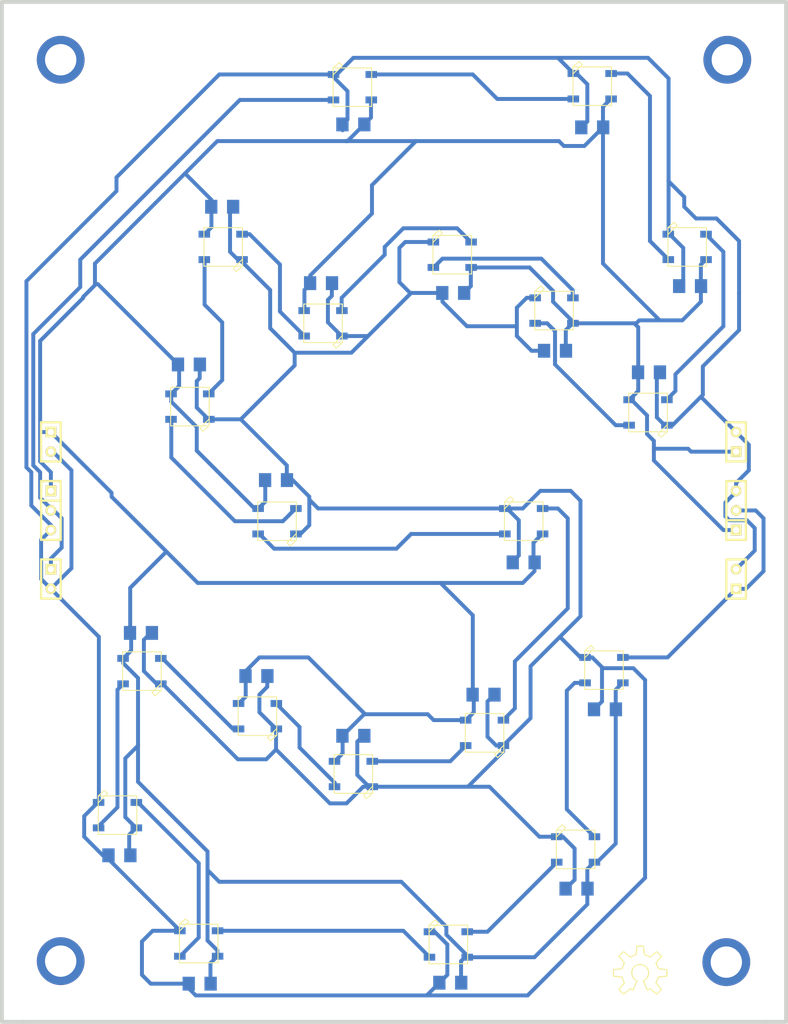
<source format=kicad_pcb>
(kicad_pcb (version 4) (host json2kicad_pcb "2020-10-29 11:40:14")

  (general
    (links 0)
    (no_connects 0)
    (area -10.16 -17.653 91.567 114.554)
    (thickness 1.6002)
    (drawings 0)
    (tracks 430)
    (zones 0)
    (modules 51)
    (nets 278)
  )

  (page A3)
  (title_block
    (date "30 dec 2015")
  )

  (layers
  (0 B.Cu signal)
  (1 Inner1.Cu signal)
  (2 Inner2.Cu signal)
  (15 F.Cu signal)
  (20 B.SilkS user)
  (21 F.SilkS user)
  (22 B.Paste user)
  (23 F.Paste user)
  (24 Dwgs.User user)
  (25 Cmts.User user)
  (26 Eco1.User user)
  (27 Eco2.User user)
  (28 Edge.Cuts user)
  (31 B.Cu signal)
  (32 B.Adhes user)
  (33 F.Adhes user)
  (34 B.Paste user)
  (35 F.Paste user)
  (36 B.SilkS user)
  (37 F.SilkS user)
  (38 B.Mask user)
  (39 F.Mask user)
  (40 Dwgs.User user)
  (41 Cmts.User user)
  (42 Eco1.User user)
  (43 Eco2.User user)
  (44 Edge.Cuts user)
  )

  (setup
(last_trace_width 0.254)
    (trace_clearance 0.254)
    (zone_clearance 0.508)
    (zone_45_only no)
    (trace_min 0.254)
    (segment_width 0.2)
    (edge_width 0.1)
    (via_size 1.19888)
    (via_drill 0.635)
    (via_min_size 0.889)
    (via_min_drill 0.508)
    (uvia_size 0.508)
    (uvia_drill 0.127)
    (uvias_allowed no)
    (uvia_min_size 0.508)
    (uvia_min_drill 0.127)
    (pcb_text_width 0.3)
    (pcb_text_size 1.5 1.5)
    (mod_edge_width 0.15)
    (mod_text_size 1 1)
    (mod_text_width 0.15)
    (pad_size 1.5 1.5)
    (pad_drill 0.6)
    (pad_to_mask_clearance 0)
    (aux_axis_origin 0 0)
    (visible_elements 7FFFFFFF)
    (pcbplotparams
      (layerselection 0x00030_80000001)
      (usegerberextensions true)
      (excludeedgelayer true)
      (linewidth 0.150000)
      (plotframeref false)
      (viasonmask false)
      (mode 1)
      (useauxorigin false)
      (hpglpennumber 1)
      (hpglpenspeed 20)
      (hpglpendiameter 15)
      (hpglpenoverlay 2)
      (psnegative false)
      (psa4output false)
      (plotreference true)
      (plotvalue true)
      (plotinvisibletext false)
      (padsonsilk false)
      (subtractmaskfromsilk false)
      (outputformat 1)
      (mirror false)
      (drillshape 1)
      (scaleselection 1)
      (outputdirectory ""))
  )

  (net 0 "")
  (net 1 "N-00001")
  (net 2 "N-00002")
  (net 3 "N-00003")
  (net 4 "N-00004")
  (net 5 "N-00005")
  (net 6 "N-00006")
  (net 7 "N-00007")
  (net 8 "N-00008")
  (net 9 "N-00009")
  (net 142 "N-00142")
  (net 11 "N-00011")
  (net 12 "N-00012")
  (net 13 "N-00013")
  (net 14 "N-00014")
  (net 15 "N-00015")
  (net 16 "N-00016")
  (net 17 "N-00017")
  (net 18 "N-00018")
  (net 19 "N-00019")
  (net 20 "N-00020")
  (net 21 "N-00021")
  (net 22 "N-00022")
  (net 23 "N-00023")
  (net 24 "N-00024")
  (net 25 "N-00025")
  (net 26 "N-00026")
  (net 27 "N-00027")
  (net 28 "N-00028")
  (net 29 "N-00029")
  (net 146 "N-00146")
  (net 143 "N-00143")
  (net 32 "N-00032")
  (net 33 "N-00033")
  (net 144 "N-00144")
  (net 35 "N-00035")
  (net 36 "N-00036")
  (net 37 "N-00037")
  (net 151 "N-00151")
  (net 141 "N-00141")
  (net 150 "N-00150")
  (net 41 "N-00041")
  (net 42 "N-00042")
  (net 43 "N-00043")
  (net 44 "N-00044")
  (net 45 "N-00045")
  (net 46 "N-00046")
  (net 47 "N-00047")
  (net 48 "N-00048")
  (net 49 "N-00049")
  (net 50 "N-00050")
  (net 51 "N-00051")
  (net 52 "N-00052")
  (net 53 "N-00053")
  (net 54 "N-00054")
  (net 55 "N-00055")
  (net 56 "N-00056")
  (net 57 "N-00057")
  (net 58 "N-00058")
  (net 59 "N-00059")
  (net 60 "N-00060")
  (net 61 "N-00061")
  (net 62 "N-00062")
  (net 63 "N-00063")
  (net 64 "N-00064")
  (net 65 "N-00065")
  (net 66 "N-00066")
  (net 67 "N-00067")
  (net 68 "N-00068")
  (net 69 "N-00069")
  (net 70 "N-00070")
  (net 71 "N-00071")
  (net 72 "N-00072")
  (net 73 "N-00073")
  (net 74 "N-00074")
  (net 75 "N-00075")
  (net 76 "N-00076")
  (net 77 "N-00077")
  (net 78 "N-00078")
  (net 79 "N-00079")
  (net 80 "N-00080")
  (net 81 "N-00081")
  (net 82 "N-00082")
  (net 83 "N-00083")
  (net 84 "N-00084")
  (net 85 "N-00085")
  (net 86 "N-00086")
  (net 87 "N-00087")
  (net 88 "N-00088")
  (net 89 "N-00089")
  (net 90 "N-00090")
  (net 91 "N-00091")
  (net 92 "N-00092")
  (net 93 "N-00093")
  (net 94 "N-00094")
  (net 95 "N-00095")
  (net 96 "N-00096")
  (net 97 "N-00097")
  (net 98 "N-00098")
  (net 99 "N-00099")
  (net 100 "N-00100")
  (net 101 "N-00101")
  (net 102 "N-00102")
  (net 103 "N-00103")
  (net 104 "N-00104")
  (net 105 "N-00105")
  (net 106 "N-00106")
  (net 107 "N-00107")
  (net 108 "N-00108")
  (net 109 "N-00109")
  (net 110 "N-00110")
  (net 111 "N-00111")
  (net 112 "N-00112")
  (net 113 "N-00113")
  (net 114 "N-00114")
  (net 115 "N-00115")
  (net 116 "N-00116")
  (net 117 "N-00117")
  (net 118 "N-00118")
  (net 119 "N-00119")
  (net 120 "N-00120")
  (net 121 "N-00121")
  (net 122 "N-00122")
  (net 123 "N-00123")
  (net 124 "N-00124")
  (net 125 "N-00125")
  (net 126 "N-00126")
  (net 127 "N-00127")
  (net 128 "N-00128")
  (net 129 "N-00129")
  (net 130 "N-00130")
  (net 131 "N-00131")
  (net 132 "N-00132")
  (net 133 "N-00133")
  (net 134 "N-00134")
  (net 135 "N-00135")
  (net 136 "N-00136")
  (net 137 "N-00137")
  (net 138 "N-00138")
  (net 139 "N-00139")
  (net 140 "N-00140")
  (net 168 "N-00168")
  (net 170 "N-00170")
  (net 299 "N-00299")
  (net 298 "N-00298")
  (net 156 "N-00156")
  (net 157 "N-00157")
  (net 158 "N-00158")
  (net 246 "N-00246")
  (net 238 "N-00238")
  (net 171 "N-00171")
  (net 172 "N-00172")
  (net 173 "N-00173")
  (net 174 "N-00174")
  (net 175 "N-00175")
  (net 176 "N-00176")
  (net 177 "N-00177")
  (net 178 "N-00178")
  (net 179 "N-00179")
  (net 180 "N-00180")
  (net 181 "N-00181")
  (net 182 "N-00182")
  (net 184 "N-00184")
  (net 185 "N-00185")
  (net 186 "N-00186")
  (net 187 "N-00187")
  (net 188 "N-00188")
  (net 189 "N-00189")
  (net 190 "N-00190")
  (net 191 "N-00191")
  (net 192 "N-00192")
  (net 193 "N-00193")
  (net 194 "N-00194")
  (net 195 "N-00195")
  (net 196 "N-00196")
  (net 197 "N-00197")
  (net 198 "N-00198")
  (net 199 "N-00199")
  (net 200 "N-00200")
  (net 292 "N-00292")
  (net 202 "N-00202")
  (net 203 "N-00203")
  (net 410 "N-00410")
  (net 205 "N-00205")
  (net 206 "N-00206")
  (net 207 "N-00207")
  (net 208 "N-00208")
  (net 295 "N-00295")
  (net 210 "N-00210")
  (net 297 "N-00297")
  (net 266 "N-00266")
  (net 213 "N-00213")
  (net 214 "N-00214")
  (net 215 "N-00215")
  (net 216 "N-00216")
  (net 294 "N-00294")
  (net 218 "N-00218")
  (net 296 "N-00296")
  (net 283 "N-00283")
  (net 258 "N-00258")
  (net 222 "N-00222")
  (net 293 "N-00293")
  (net 267 "N-00267")
  (net 242 "N-00242")
  (net 226 "N-00226")
  (net 271 "N-00271")
  (net 262 "N-00262")
  (net 393 "N-00393")
  (net 230 "N-00230")
  (net 254 "N-00254")
  (net 301 "N-00301")
  (net 250 "N-00250")
  (net 400 "N-00400")
  (net 346 "N-00346")
  (net 389 "N-00389")
  (net 397 "N-00397")
  (net 350 "N-00350")
  (net 398 "N-00398")
  (net 384 "N-00384")
  (net 368 "N-00368")
  (net 382 "N-00382")
  (net 372 "N-00372")
  (net 383 "N-00383")
  (net 381 "N-00381")
  (net 404 "N-00404")
  (net 352 "N-00352")
  (net 379 "N-00379")
  (net 411 "N-00411")
  (net 320 "N-00320")
  (net 388 "N-00388")
  (net 396 "N-00396")
  (net 386 "N-00386")
  (net 391 "N-00391")
  (net 387 "N-00387")
  (net 394 "N-00394")
  (net 403 "N-00403")
  (net 401 "N-00401")
  (net 338 "N-00338")
  (net 390 "N-00390")
  (net 395 "N-00395")
  (net 409 "N-00409")
  (net 333 "N-00333")
  (net 378 "N-00378")
  (net 374 "N-00374")
  (net 377 "N-00377")
  (net 344 "N-00344")
  (net 412 "N-00412")
  (net 413 "N-00413")
  (net 414 "N-00414")
  (net 415 "N-00415")
  (net 416 "N-00416")
  (net 417 "N-00417")
  (net 418 "N-00418")
  (net 419 "N-00419")
  (net 420 "N-00420")
  (net 421 "N-00421")
  (net 422 "N-00422")
  (net 423 "N-00423")
  (net 424 "N-00424")
  (net 425 "N-00425")
  (net 426 "N-00426")
  (net 427 "N-00427")
  (net 428 "N-00428")
  (net 429 "N-00429")
  (net 430 "N-00430")
  (net 431 "N-00431")
  (net 432 "N-00432")
  (net 433 "N-00433")
  (net 434 "N-00434")
  (net 435 "N-00435")
  (net 436 "N-00436")
  (net 437 "N-00437")
  (net 438 "N-00438")
  (net 439 "N-00439")
  (net 440 "N-00440")
  (net 441 "N-00441")
  (net 442 "N-00442")
  (net 443 "N-00443")

  (net_class Default "This is the default net class."
    (via_dia 1.19888)
    (via_drill 0.635)
    (uvia_drill 0.127)
    (trace_width 0.254)
    (uvia_dia 0.508)
    (clearance 0.254)
    (add_net "")
    (add_net "N-00001")
    (add_net "N-00002")
    (add_net "N-00003")
    (add_net "N-00004")
    (add_net "N-00005")
    (add_net "N-00006")
    (add_net "N-00007")
    (add_net "N-00008")
    (add_net "N-00009")
    (add_net "N-00011")
    (add_net "N-00012")
    (add_net "N-00013")
    (add_net "N-00014")
    (add_net "N-00015")
    (add_net "N-00016")
    (add_net "N-00017")
    (add_net "N-00018")
    (add_net "N-00019")
    (add_net "N-00020")
    (add_net "N-00021")
    (add_net "N-00022")
    (add_net "N-00023")
    (add_net "N-00024")
    (add_net "N-00025")
    (add_net "N-00026")
    (add_net "N-00027")
    (add_net "N-00028")
    (add_net "N-00029")
    (add_net "N-00032")
    (add_net "N-00033")
    (add_net "N-00035")
    (add_net "N-00036")
    (add_net "N-00037")
    (add_net "N-00041")
    (add_net "N-00042")
    (add_net "N-00043")
    (add_net "N-00044")
    (add_net "N-00045")
    (add_net "N-00046")
    (add_net "N-00047")
    (add_net "N-00048")
    (add_net "")
    (add_net "N-00050")
    (add_net "N-00051")
    (add_net "N-00052")
    (add_net "N-00053")
    (add_net "N-00054")
    (add_net "N-00055")
    (add_net "N-00056")
    (add_net "N-00057")
    (add_net "N-00058")
    (add_net "N-00059")
    (add_net "N-00060")
    (add_net "N-00061")
    (add_net "N-00062")
    (add_net "N-00063")
    (add_net "N-00064")
    (add_net "N-00065")
    (add_net "N-00066")
    (add_net "N-00067")
    (add_net "N-00068")
    (add_net "N-00069")
    (add_net "N-00070")
    (add_net "N-00071")
    (add_net "N-00072")
    (add_net "N-00073")
    (add_net "N-00074")
    (add_net "N-00075")
    (add_net "N-00076")
    (add_net "N-00077")
    (add_net "N-00078")
    (add_net "N-00079")
    (add_net "N-00080")
    (add_net "N-00081")
    (add_net "N-00082")
    (add_net "N-00083")
    (add_net "N-00084")
    (add_net "N-00085")
    (add_net "N-00086")
    (add_net "N-00087")
    (add_net "N-00088")
    (add_net "N-00089")
    (add_net "N-00090")
    (add_net "N-00091")
    (add_net "N-00092")
    (add_net "N-00093")
    (add_net "N-00094")
    (add_net "N-00095")
    (add_net "N-00096")
    (add_net "N-00097")
    (add_net "N-00098")
    (add_net "N-00099")
    (add_net "N-00100")
    (add_net "N-00101")
    (add_net "N-00102")
    (add_net "N-00103")
    (add_net "N-00104")
    (add_net "N-00105")
    (add_net "N-00106")
    (add_net "N-00107")
    (add_net "N-00108")
    (add_net "N-00109")
    (add_net "N-00110")
    (add_net "N-00111")
    (add_net "N-00112")
    (add_net "N-00113")
    (add_net "N-00114")
    (add_net "N-00115")
    (add_net "N-00116")
    (add_net "N-00117")
    (add_net "N-00118")
    (add_net "N-00119")
    (add_net "N-00120")
    (add_net "N-00121")
    (add_net "N-00122")
    (add_net "N-00123")
    (add_net "N-00124")
    (add_net "N-00125")
    (add_net "N-00126")
    (add_net "N-00127")
    (add_net "N-00128")
    (add_net "N-00129")
    (add_net "N-00130")
    (add_net "N-00131")
    (add_net "N-00132")
    (add_net "N-00133")
    (add_net "N-00134")
    (add_net "N-00135")
    (add_net "N-00136")
    (add_net "N-00137")
    (add_net "N-00138")
    (add_net "N-00139")
    (add_net "N-00140")
    (add_net "N-00141")
    (add_net "N-00142")
    (add_net "N-00143")
    (add_net "N-00144")
    (add_net "N-00271")
    (add_net "N-00146")
    (add_net "N-00150")
    (add_net "N-00151")
    (add_net "N-00194")
    (add_net "N-00156")
    (add_net "N-00157")
    (add_net "N-00158")
    (add_net "N-00168")
    (add_net "N-00170")
    (add_net "N-00171")
    (add_net "N-00172")
    (add_net "N-00173")
    (add_net "N-00174")
    (add_net "N-00175")
    (add_net "N-00176")
    (add_net "N-00177")
    (add_net "N-00178")
    (add_net "N-00179")
    (add_net "N-00180")
    (add_net "N-00181")
    (add_net "N-00182")
    (add_net "N-00184")
    (add_net "N-00185")
    (add_net "N-00186")
    (add_net "N-00187")
    (add_net "N-00188")
    (add_net "N-00189")
    (add_net "N-00190")
    (add_net "N-00191")
    (add_net "N-00192")
    (add_net "N-00193")
    (add_net "N-00194")
    (add_net "N-00195")
    (add_net "N-00196")
    (add_net "N-00197")
    (add_net "N-00198")
    (add_net "N-00199")
    (add_net "N-00200")
    (add_net "N-00442")
    (add_net "N-00202")
    (add_net "N-00203")
    (add_net "N-00205")
    (add_net "N-00206")
    (add_net "N-00207")
    (add_net "N-00208")
    (add_net "N-00108")
    (add_net "N-00109")
    (add_net "N-00213")
    (add_net "N-00214")
    (add_net "N-00215")
    (add_net "N-00102")
    (add_net "N-00103")
    (add_net "N-00100")
    (add_net "N-00101")
    (add_net "N-00106")
    (add_net "N-00107")
    (add_net "N-00104")
    (add_net "N-00105")
    (add_net "N-00226")
    (add_net "N-00346")
    (add_net "N-00230")
    (add_net "N-00033")
    (add_net "N-00032")
    (add_net "N-00037")
    (add_net "N-00036")
    (add_net "N-00035")
    (add_net "N-00242")
    (add_net "N-00246")
    (add_net "N-00439")
    (add_net "N-00436")
    (add_net "N-00437")
    (add_net "N-00250")
    (add_net "N-00435")
    (add_net "N-00432")
    (add_net "N-00433")
    (add_net "N-00254")
    (add_net "N-00431")
    (add_net "N-00258")
    (add_net "N-00338")
    (add_net "N-00262")
    (add_net "N-00266")
    (add_net "N-00267")
    (add_net "N-00333")
    (add_net "N-00271")
    (add_net "N-00350")
    (add_net "N-00283")
    (add_net "N-00344")
    (add_net "N-00292")
    (add_net "N-00293")
    (add_net "N-00294")
    (add_net "N-00049")
    (add_net "N-00296")
    (add_net "N-00297")
    (add_net "N-00298")
    (add_net "N-00299")
    (add_net "N-00301")
    (add_net "N-00006")
    (add_net "N-00320")
    (add_net "N-00333")
    (add_net "N-00099")
    (add_net "N-00098")
    (add_net "N-00338")
    (add_net "N-00091")
    (add_net "N-00090")
    (add_net "N-00093")
    (add_net "N-00092")
    (add_net "N-00095")
    (add_net "N-00094")
    (add_net "N-00097")
    (add_net "N-00096")
    (add_net "N-00352")
    (add_net "N-00368")
    (add_net "N-00372")
    (add_net "N-00374")
    (add_net "N-00404")
    (add_net "N-00378")
    (add_net "N-00379")
    (add_net "N-00381")
    (add_net "N-00382")
    (add_net "N-00383")
    (add_net "N-00384")
    (add_net "N-00386")
    (add_net "N-00387")
    (add_net "N-00388")
    (add_net "N-00389")
    (add_net "N-00390")
    (add_net "N-00391")
    (add_net "N-00393")
    (add_net "N-00394")
    (add_net "N-00395")
    (add_net "N-00396")
    (add_net "N-00397")
    (add_net "N-00398")
    (add_net "N-00400")
    (add_net "N-00401")
    (add_net "N-00403")
    (add_net "N-00238")
    (add_net "N-00409")
    (add_net "N-00410")
    (add_net "N-00411")
    (add_net "N-00230")
    (add_net "N-00413")
    (add_net "N-00414")
    (add_net "N-00415")
    (add_net "N-00416")
    (add_net "N-00417")
    (add_net "N-00418")
    (add_net "N-00419")
    (add_net "N-00420")
    (add_net "N-00421")
    (add_net "N-00422")
    (add_net "N-00423")
    (add_net "N-00424")
    (add_net "N-00412")
    (add_net "N-00426")
    (add_net "N-00427")
    (add_net "N-00428")
    (add_net "N-00429")
    (add_net "N-00430")
    (add_net "N-00431")
    (add_net "N-00001")
    (add_net "N-00433")
    (add_net "N-00434")
    (add_net "N-00435")
    (add_net "N-00436")
    (add_net "N-00437")
    (add_net "N-00438")
    (add_net "N-00439")
    (add_net "N-00440")
    (add_net "N-00441")
    (add_net "N-00442")
    (add_net "N-00443")
    (add_net "N-00146")
    (add_net "N-00144")
    (add_net "N-00142")
    (add_net "N-00143")
    (add_net "N-00140")
    (add_net "N-00141")
    (add_net "N-00344")
    (add_net "N-00425")
    (add_net "N-00133")
    (add_net "N-00132")
    (add_net "N-00131")
    (add_net "N-00130")
    (add_net "N-00137")
    (add_net "N-00136")
    (add_net "N-00135")
    (add_net "N-00134")
    (add_net "N-00139")
    (add_net "N-00138")
    (add_net "N-00024")
    (add_net "N-00025")
    (add_net "N-00026")
    (add_net "N-00027")
    (add_net "N-00020")
    (add_net "N-00021")
    (add_net "N-00022")
    (add_net "N-00023")
    (add_net "N-00028")
    (add_net "N-00029")
    (add_net "N-00404")
    (add_net "N-00403")
    (add_net "N-00401")
    (add_net "N-00400")
    (add_net "N-00409")
    (add_net "N-00379")
    (add_net "N-00378")
    (add_net "N-00372")
    (add_net "N-00374")
    (add_net "N-00377")
    (add_net "N-00393")
    (add_net "N-00088")
    (add_net "N-00089")
    (add_net "N-00397")
    (add_net "N-00396")
    (add_net "N-00395")
    (add_net "N-00394")
    (add_net "N-00082")
    (add_net "N-00083")
    (add_net "N-00080")
    (add_net "N-00081")
    (add_net "N-00086")
    (add_net "N-00087")
    (add_net "N-00084")
    (add_net "N-00085")
    (add_net "N-00432")
    (add_net "N-00007")
    (add_net "N-00298")
    (add_net "N-00299")
    (add_net "N-00296")
    (add_net "N-00246")
    (add_net "N-00297")
    (add_net "N-00294")
    (add_net "N-00295")
    (add_net "N-00292")
    (add_net "N-00293")
    (add_net "N-00346")
    (add_net "N-00179")
    (add_net "N-00178")
    (add_net "N-00177")
    (add_net "N-00176")
    (add_net "N-00175")
    (add_net "N-00174")
    (add_net "N-00173")
    (add_net "N-00172")
    (add_net "N-00171")
    (add_net "N-00170")
    (add_net "N-00182")
    (add_net "N-00195")
    (add_net "N-00180")
    (add_net "N-00181")
    (add_net "N-00186")
    (add_net "N-00187")
    (add_net "N-00184")
    (add_net "N-00185")
    (add_net "N-00188")
    (add_net "N-00189")
    (add_net "N-00197")
    (add_net "N-00196")
    (add_net "N-00191")
    (add_net "N-00190")
    (add_net "N-00193")
    (add_net "N-00192")
    (add_net "N-00011")
    (add_net "N-00013")
    (add_net "N-00012")
    (add_net "N-00015")
    (add_net "N-00014")
    (add_net "N-00017")
    (add_net "N-00016")
    (add_net "N-00019")
    (add_net "N-00018")
    (add_net "N-00320")
    (add_net "N-00200")
    (add_net "N-00203")
    (add_net "N-00202")
    (add_net "N-00205")
    (add_net "N-00207")
    (add_net "N-00206")
    (add_net "N-00208")
    (add_net "N-00077")
    (add_net "N-00076")
    (add_net "N-00075")
    (add_net "N-00074")
    (add_net "N-00073")
    (add_net "N-00072")
    (add_net "N-00071")
    (add_net "N-00070")
    (add_net "N-00079")
    (add_net "N-00078")
    (add_net "N-00002")
    (add_net "N-00008")
    (add_net "N-00377")
    (add_net "N-00258")
    (add_net "N-00120")
    (add_net "N-00121")
    (add_net "N-00122")
    (add_net "N-00123")
    (add_net "N-00124")
    (add_net "N-00125")
    (add_net "N-00126")
    (add_net "N-00127")
    (add_net "N-00128")
    (add_net "N-00129")
    (add_net "N-00414")
    (add_net "N-00415")
    (add_net "N-00416")
    (add_net "N-00417")
    (add_net "N-00410")
    (add_net "N-00411")
    (add_net "N-00412")
    (add_net "N-00413")
    (add_net "N-00418")
    (add_net "N-00419")
    (add_net "N-00443")
    (add_net "N-00003")
    (add_net "N-00368")
    (add_net "N-00441")
    (add_net "N-00440")
    (add_net "N-00381")
    (add_net "N-00382")
    (add_net "N-00383")
    (add_net "N-00384")
    (add_net "N-00386")
    (add_net "N-00387")
    (add_net "N-00388")
    (add_net "N-00389")
    (add_net "N-00210")
    (add_net "N-00060")
    (add_net "N-00061")
    (add_net "N-00062")
    (add_net "N-00063")
    (add_net "N-00064")
    (add_net "N-00065")
    (add_net "N-00066")
    (add_net "N-00067")
    (add_net "N-00068")
    (add_net "N-00069")
    (add_net "N-00250")
    (add_net "N-00218")
    (add_net "N-00254")
    (add_net "N-00222")
    (add_net "N-00168")
    (add_net "N-00238")
    (add_net "N-00009")
    (add_net "N-00438")
    (add_net "N-00434")
    (add_net "N-00352")
    (add_net "N-00350")
    (add_net "N-00216")
    (add_net "N-00214")
    (add_net "N-00215")
    (add_net "N-00213")
    (add_net "N-00210")
    (add_net "N-00218")
    (add_net "N-00199")
    (add_net "N-00004")
    (add_net "N-00283")
    (add_net "N-00262")
    (add_net "N-00267")
    (add_net "N-00266")
    (add_net "N-00059")
    (add_net "N-00058")
    (add_net "N-00055")
    (add_net "N-00054")
    (add_net "N-00057")
    (add_net "N-00056")
    (add_net "N-00051")
    (add_net "N-00050")
    (add_net "N-00053")
    (add_net "N-00052")
    (add_net "N-00115")
    (add_net "N-00114")
    (add_net "N-00117")
    (add_net "N-00116")
    (add_net "N-00111")
    (add_net "N-00110")
    (add_net "N-00113")
    (add_net "N-00112")
    (add_net "N-00119")
    (add_net "N-00118")
    (add_net "N-00198")
    (add_net "N-00429")
    (add_net "N-00428")
    (add_net "N-00421")
    (add_net "N-00420")
    (add_net "N-00423")
    (add_net "N-00422")
    (add_net "N-00425")
    (add_net "N-00424")
    (add_net "N-00427")
    (add_net "N-00426")
    (add_net "N-00301")
    (add_net "N-00216")
    (add_net "N-00295")
    (add_net "N-00430")
    (add_net "N-00242")
    (add_net "N-00226")
    (add_net "N-00222")
    (add_net "N-00391")
    (add_net "N-00390")
    (add_net "N-00151")
    (add_net "N-00150")
    (add_net "N-00157")
    (add_net "N-00156")
    (add_net "N-00158")
    (add_net "N-00398")
    (add_net "N-00048")
    (add_net "N-00049")
    (add_net "N-00046")
    (add_net "N-00047")
    (add_net "N-00044")
    (add_net "N-00045")
    (add_net "N-00042")
    (add_net "N-00043")
    (add_net "N-00041")
    (add_net "N-00005")
  )
  (segment (start 74.803 30.734) (end 75.184 30.353) (width 0.508) (layer F.Cu) (net 157))
  (segment (start 74.803 36.195) (end 74.803 30.734) (width 0.508) (layer F.Cu) (net 157))
  (segment (start 65.532 70.612) (end 64.135 70.612) (width 0.508) (layer F.Cu) (net 352))
  (segment (start 67.691 73.025) (end 66.675 74.041) (width 0.508) (layer F.Cu) (net 157))
  (segment (start 37.465 84.074) (end 35.941 82.55) (width 0.508) (layer F.Cu) (net 157))
  (segment (start 37.846 84.074) (end 37.465 84.074) (width 0.508) (layer F.Cu) (net 157))
  (segment (start 17.018 11.557) (end 16.129 12.446) (width 0.508) (layer F.Cu) (net 158))
  (segment (start 17.018 8.763) (end 17.018 11.557) (width 0.508) (layer F.Cu) (net 158))
  (segment (start 50.165 24.384) (end 56.642 24.384) (width 0.508) (layer F.Cu) (net 157))
  (segment (start 46.99 21.209) (end 50.165 24.384) (width 0.508) (layer F.Cu) (net 157))
  (segment (start 46.99 20.066) (end 46.99 21.209) (width 0.508) (layer F.Cu) (net 157))
  (segment (start 30.861 48.006) (end 55.118 48.006) (width 0.508) (layer F.Cu) (net 157))
  (segment (start 12.827 32.131) (end 11.811 33.147) (width 0.508) (layer F.Cu) (net 158))
  (segment (start 12.827 29.083) (end 12.827 32.131) (width 0.508) (layer F.Cu) (net 158))
  (segment (start 20.955 15.748) (end 20.447 15.748) (width 0.508) (layer F.Cu) (net 157))
  (segment (start 19.431 9.271) (end 19.812 8.89) (width 0.508) (layer F.Cu) (net 157))
  (segment (start 19.431 14.732) (end 19.431 9.271) (width 0.508) (layer F.Cu) (net 157))
  (segment (start 20.447 15.748) (end 19.431 14.732) (width 0.508) (layer F.Cu) (net 157))
  (segment (start 24.003 47.117) (end 23.114 48.006) (width 0.508) (layer F.Cu) (net 158))
  (segment (start 24.003 44.196) (end 24.003 47.117) (width 0.508) (layer F.Cu) (net 158))
  (segment (start 16.637 8.509) (end 17.018 8.89) (width 0.508) (layer F.Cu) (net 158))
  (segment (start 45.339 102.87) (end 45.974 102.87) (width 0.508) (layer F.Cu) (net 157))
  (segment (start 24.257 69.723) (end 24.257 71.12) (width 0.508) (layer F.Cu) (net 157))
  (segment (start 63.246 49.276) (end 63.246 60.96) (width 0.508) (layer F.Cu) (net 262))
  (segment (start 6.604 66.421) (end 5.588 67.437) (width 0.508) (layer F.Cu) (net 158))
  (segment (start 6.35 90.297) (end 7.239 89.408) (width 0.508) (layer F.Cu) (net 158))
  (segment (start 6.604 63.881) (end 6.604 66.421) (width 0.508) (layer F.Cu) (net 158))
  (segment (start 6.35 92.964) (end 6.35 90.297) (width 0.508) (layer F.Cu) (net 158))
  (segment (start 8.255 65.024) (end 9.398 63.881) (width 0.508) (layer F.Cu) (net 157))
  (segment (start 8.255 69.088) (end 8.255 65.024) (width 0.508) (layer F.Cu) (net 157))
  (segment (start 9.906 70.739) (end 8.255 69.088) (width 0.508) (layer F.Cu) (net 157))
  (module "SIL-2"
    (layer "F.Cu")
    (tedit 0)
    (tstamp 0)
    (at -3.81 39.37 -90.00)
    (fp_text reference "pwr"
      (at -2.54 0.0 0.00)
      (layer F.SilkS)
      (effects (font (size 1.08712 0.0)
        (thickness 0.0)))
    )
    (fp_text value "Val**"
      (at -2.54 0.0 0.00)
      (layer F.SilkS)
      (effects (font (size 1.016 0.0)
        (thickness 0.0)))
    )
    (fp_line (start -2.54 1.27) (end -2.54 -1.27) (layer F.SilkS) (width 0.3048))
    (fp_line (start -2.54 -1.27) (end 2.54 -1.27) (layer F.SilkS) (width 0.3048))
    (fp_line (start 2.54 -1.27) (end 2.54 1.27) (layer F.SilkS) (width 0.3048))
    (fp_line (start 2.54 1.27) (end -2.54 1.27) (layer F.SilkS) (width 0.3048))
    (pad 1 thru_hole rect (at -1.27 0.0 -90.00) (size 1.397 1.397) (drill 0.8128) (layers "B.Cu" "Inner1.Cu" "Inner2.Cu" "F.Cu" "F.SilkS" "B.Paste" "F.Paste") (net 158 N-00158))
    (pad 2 thru_hole circle (at 1.27 0.0 -90.00) (size 1.397 1.397) (drill 0.8128) (layers "B.Cu" "Inner1.Cu" "Inner2.Cu" "F.Cu" "F.SilkS" "B.Paste" "F.Paste") (net 157 N-00157))
  )

  (module "SIL-2"
    (layer "F.Cu")
    (tedit 0)
    (tstamp 0)
    (at 85.09 39.37 90.00)
    (fp_text reference "pwr"
      (at -2.54 0.0 0.00)
      (layer F.SilkS)
      (effects (font (size 1.08712 0.0)
        (thickness 0.0)))
    )
    (fp_text value "Val**"
      (at -2.54 0.0 0.00)
      (layer F.SilkS)
      (effects (font (size 1.016 0.0)
        (thickness 0.0)))
    )
    (fp_line (start -2.54 1.27) (end -2.54 -1.27) (layer F.SilkS) (width 0.3048))
    (fp_line (start -2.54 -1.27) (end 2.54 -1.27) (layer F.SilkS) (width 0.3048))
    (fp_line (start 2.54 -1.27) (end 2.54 1.27) (layer F.SilkS) (width 0.3048))
    (fp_line (start 2.54 1.27) (end -2.54 1.27) (layer F.SilkS) (width 0.3048))
    (pad 1 thru_hole rect (at -1.27 0.0 90.00) (size 1.397 1.397) (drill 0.8128) (layers "B.Cu" "Inner1.Cu" "Inner2.Cu" "F.Cu" "F.SilkS" "B.Paste" "F.Paste") (net 158 N-00158))
    (pad 2 thru_hole circle (at 1.27 0.0 90.00) (size 1.397 1.397) (drill 0.8128) (layers "B.Cu" "Inner1.Cu" "Inner2.Cu" "F.Cu" "F.SilkS" "B.Paste" "F.Paste") (net 157 N-00157))
  )

  (segment (start 10.414 70.739) (end 9.906 70.739) (width 0.508) (layer F.Cu) (net 157))
  (segment (start 21.463 72.39) (end 20.574 73.279) (width 0.508) (layer F.Cu) (net 158))
  (segment (start 21.463 69.596) (end 21.463 72.39) (width 0.508) (layer F.Cu) (net 158))
  (segment (start -3.81 48.26) (end -3.429 48.26) (width 0.508) (layer F.Cu) (net 203))
  (segment (start 9.398 102.743) (end 8.001 104.14) (width 0.508) (layer F.Cu) (net 157))
  (segment (start 45.085 74.676) (end 36.83 74.676) (width 0.508) (layer F.Cu) (net 158))
  (segment (start 47.498 103.251) (end 47.498 102.235) (width 0.508) (layer F.Cu) (net 158))
  (segment (start 37.846 80.772) (end 48.006 80.772) (width 0.508) (layer F.Cu) (net 283))
  (segment (start 24.13 80.518) (end 25.4 79.248) (width 0.508) (layer F.Cu) (net 157))
  (module "SIL-2"
    (layer "F.Cu")
    (tedit 0)
    (tstamp 0)
    (at 85.09 57.15 90.00)
    (fp_text reference "SIG-OUT"
      (at -2.54 0.0 0.00)
      (layer F.SilkS)
      (effects (font (size 1.08712 0.0)
        (thickness 0.0)))
    )
    (fp_text value "Val**"
      (at -2.54 0.0 0.00)
      (layer F.SilkS)
      (effects (font (size 1.016 0.0)
        (thickness 0.0)))
    )
    (fp_line (start -2.54 1.27) (end -2.54 -1.27) (layer F.SilkS) (width 0.3048))
    (fp_line (start -2.54 -1.27) (end 2.54 -1.27) (layer F.SilkS) (width 0.3048))
    (fp_line (start 2.54 -1.27) (end 2.54 1.27) (layer F.SilkS) (width 0.3048))
    (fp_line (start 2.54 1.27) (end -2.54 1.27) (layer F.SilkS) (width 0.3048))
    (pad 1 thru_hole rect (at -1.27 0.0 90.00) (size 1.397 1.397) (drill 0.8128) (layers "B.Cu" "Inner1.Cu" "Inner2.Cu" "F.Cu" "F.SilkS" "B.Paste" "F.Paste") (net 156 N-00156))
    (pad 2 thru_hole circle (at 1.27 0.0 90.00) (size 1.397 1.397) (drill 0.8128) (layers "B.Cu" "Inner1.Cu" "Inner2.Cu" "F.Cu" "F.SilkS" "B.Paste" "F.Paste") (net 157 N-00157))
  )

  (module "SIL-3"
    (layer "F.Cu")
    (tedit 0)
    (tstamp 0)
    (at 85.09 48.26 90.00)
    (fp_text reference "OUT"
      (at -2.54 0.0 0.00)
      (layer F.SilkS)
      (effects (font (size 1.07696 0.0)
        (thickness 0.0)))
    )
    (fp_text value "Val**"
      (at -2.54 0.0 0.00)
      (layer F.SilkS)
      (effects (font (size 1.016 0.0)
        (thickness 0.0)))
    )
    (fp_line (start -3.81 1.27) (end -3.81 -1.27) (layer F.SilkS) (width 0.3048))
    (fp_line (start -3.81 -1.27) (end 3.81 -1.27) (layer F.SilkS) (width 0.3048))
    (fp_line (start 3.81 -1.27) (end 3.81 1.27) (layer F.SilkS) (width 0.3048))
    (fp_line (start 3.81 1.27) (end -3.81 1.27) (layer F.SilkS) (width 0.3048))
    (fp_line (start -1.27 -1.27) (end -1.27 1.27) (layer F.SilkS) (width 0.3048))
    (pad 1 thru_hole rect (at -2.54 0.0 90.00) (size 1.397 1.397) (drill 0.8128) (layers "B.Cu" "Inner1.Cu" "Inner2.Cu" "F.Cu" "F.SilkS" "B.Paste" "F.Paste") (net 158 N-00158))
    (pad 2 thru_hole circle (at 0.0 0.0 90.00) (size 1.397 1.397) (drill 0.8128) (layers "B.Cu" "Inner1.Cu" "Inner2.Cu" "F.Cu" "F.SilkS" "B.Paste" "F.Paste") (net 156 N-00156))
    (pad 3 thru_hole circle (at 2.54 0.0 90.00) (size 1.397 1.397) (drill 0.8128) (layers "B.Cu" "Inner1.Cu" "Inner2.Cu" "F.Cu" "F.SilkS" "B.Paste" "F.Paste") (net 157 N-00157))
  )

  (segment (start 20.447 80.518) (end 24.13 80.518) (width 0.508) (layer F.Cu) (net 157))
  (segment (start 56.388 67.818) (end 56.388 73.914) (width 0.508) (layer F.Cu) (net 262))
  (module "SIL-2"
    (layer "F.Cu")
    (tedit 0)
    (tstamp 0)
    (at -3.81 57.15 -90.00)
    (fp_text reference "sig-in"
      (at -2.54 0.0 0.00)
      (layer F.SilkS)
      (effects (font (size 1.08712 0.0)
        (thickness 0.0)))
    )
    (fp_text value "Val**"
      (at -2.54 0.0 0.00)
      (layer F.SilkS)
      (effects (font (size 1.016 0.0)
        (thickness 0.0)))
    )
    (fp_line (start -2.54 1.27) (end -2.54 -1.27) (layer F.SilkS) (width 0.3048))
    (fp_line (start -2.54 -1.27) (end 2.54 -1.27) (layer F.SilkS) (width 0.3048))
    (fp_line (start 2.54 -1.27) (end 2.54 1.27) (layer F.SilkS) (width 0.3048))
    (fp_line (start 2.54 1.27) (end -2.54 1.27) (layer F.SilkS) (width 0.3048))
    (pad 1 thru_hole rect (at -1.27 0.0 -90.00) (size 1.397 1.397) (drill 0.8128) (layers "B.Cu" "Inner1.Cu" "Inner2.Cu" "F.Cu" "F.SilkS" "B.Paste" "F.Paste") (net 203 N-00203))
    (pad 2 thru_hole circle (at 1.27 0.0 -90.00) (size 1.397 1.397) (drill 0.8128) (layers "B.Cu" "Inner1.Cu" "Inner2.Cu" "F.Cu" "F.SilkS" "B.Paste" "F.Paste") (net 157 N-00157))
  )

  (module "SIL-3"
    (layer "F.Cu")
    (tedit 0)
    (tstamp 0)
    (at -3.81 48.26 -90.00)
    (fp_text reference "IN"
      (at -2.54 0.0 0.00)
      (layer F.SilkS)
      (effects (font (size 1.07696 0.0)
        (thickness 0.0)))
    )
    (fp_text value "Val**"
      (at -2.54 0.0 0.00)
      (layer F.SilkS)
      (effects (font (size 1.016 0.0)
        (thickness 0.0)))
    )
    (fp_line (start -3.81 1.27) (end -3.81 -1.27) (layer F.SilkS) (width 0.3048))
    (fp_line (start -3.81 -1.27) (end 3.81 -1.27) (layer F.SilkS) (width 0.3048))
    (fp_line (start 3.81 -1.27) (end 3.81 1.27) (layer F.SilkS) (width 0.3048))
    (fp_line (start 3.81 1.27) (end -3.81 1.27) (layer F.SilkS) (width 0.3048))
    (fp_line (start -1.27 -1.27) (end -1.27 1.27) (layer F.SilkS) (width 0.3048))
    (pad 1 thru_hole rect (at -2.54 0.0 -90.00) (size 1.397 1.397) (drill 0.8128) (layers "B.Cu" "Inner1.Cu" "Inner2.Cu" "F.Cu" "F.SilkS" "B.Paste" "F.Paste") (net 158 N-00158))
    (pad 2 thru_hole circle (at 0.0 0.0 -90.00) (size 1.397 1.397) (drill 0.8128) (layers "B.Cu" "Inner1.Cu" "Inner2.Cu" "F.Cu" "F.SilkS" "B.Paste" "F.Paste") (net 203 N-00203))
    (pad 3 thru_hole circle (at 2.54 0.0 -90.00) (size 1.397 1.397) (drill 0.8128) (layers "B.Cu" "Inner1.Cu" "Inner2.Cu" "F.Cu" "F.SilkS" "B.Paste" "F.Paste") (net 157 N-00157))
  )

  (module "meowWS2812B"
    (layer "F.Cu")
    (tedit 0)
    (tstamp 0)
    (at 35.306 -6.604 0.00)
    (fp_text reference "a0"
      (at 0.0381 0.0 0.00)
      (layer Eco1.User)
      (effects (font (size 0.8128 0.0)
        (thickness 0.0)))
    )
    (fp_text value "WS2812B"
      (at 0.0 0.0 0.00)
      (layer Eco1.User)
      (effects (font (size 0.0 0.0)
        (thickness 0.0)))
    )
    (fp_line (start 2.49936 2.49936) (end -2.49936 2.49936) (layer F.SilkS) (width 0.127))
    (fp_line (start -2.49936 2.49936) (end -2.49936 -1.59766) (layer F.SilkS) (width 0.127))
    (fp_line (start -2.49936 -1.59766) (end -2.49936 -2.49936) (layer F.SilkS) (width 0.127))
    (fp_line (start -2.49936 -2.49936) (end -1.59766 -2.49936) (layer F.SilkS) (width 0.127))
    (fp_line (start -1.59766 -2.49936) (end 2.49936 -2.49936) (layer F.SilkS) (width 0.127))
    (fp_line (start 2.49936 -2.49936) (end 2.49936 2.49936) (layer F.SilkS) (width 0.127))
    (fp_line (start -2.49936 -1.59766) (end -1.59766 -2.49936) (layer F.SilkS) (width 0.127))
    (fp_line (start -1.59766 -2.49936) (end -1.29794 -2.79908) (layer F.SilkS) (width 0.127))
    (fp_line (start -1.29794 -2.79908) (end -1.69926 -3.19786) (layer F.SilkS) (width 0.127))
    (fp_line (start -1.69926 -3.19786) (end -2.49936 -2.49936) (layer F.SilkS) (width 0.127))
    (pad 1-VDD smd rect (at 2.44856 1.64846 180.00) (size 1.4986 0.89916) (drill 0.0) (layers "F.Cu" "F.Paste") (net 158 N-00158))
    (pad 2-DOUT smd rect (at 2.44856 -1.64846 180.00) (size 1.4986 0.89916) (drill 0.0) (layers "F.Cu" "F.Paste") (net 202 N-00202))
    (pad 4-DIN smd rect (at -2.44856 1.64846 180.00) (size 1.4986 0.89916) (drill 0.0) (layers "F.Cu" "F.Paste") (net 203 N-00203))
    (pad 3-GND smd rect (at -2.44856 -1.64846 180.00) (size 1.4986 0.89916) (drill 0.0) (layers "F.Cu" "F.Paste") (net 157 N-00157))
  )

  (module "C1206"
    (layer "F.Cu")
    (tedit 0)
    (tstamp 0)
    (at 35.433 -1.778 -180.00)
    (fp_text reference "aC0"
      (at -0.635 0.0 0.00)
      (layer Eco1.User)
      (effects (font (size 1.27 0.0)
        (thickness 0.0)))
    )
    (fp_text value "100nf"
      (at 3.175 0.0 0.00)
      (layer Eco1.User)
      (effects (font (size 1.27 0.0)
        (thickness 0.0)))
    )
    (fp_line (start 0.9525 0.8128) (end -0.9652 0.8128) (layer Cmts.User) (width 0.1524))
    (fp_line (start 0.9525 -0.8128) (end -0.9652 -0.8128) (layer Cmts.User) (width 0.1524))
    (fp_line (start -1.6891 0.8763) (end -0.9525 0.8763) (layer Cmts.User) (width 0.127))
    (fp_line (start -0.9525 0.8763) (end -0.9525 -0.8763) (layer Cmts.User) (width 0.127))
    (fp_line (start -0.9525 -0.8763) (end -1.6891 -0.8763) (layer Cmts.User) (width 0.127))
    (fp_line (start -1.6891 -0.8763) (end -1.6891 0.8763) (layer Cmts.User) (width 0.127))
    (fp_line (start 0.9525 0.8763) (end 1.6891 0.8763) (layer Cmts.User) (width 0.127))
    (fp_line (start 1.6891 0.8763) (end 1.6891 -0.8763) (layer Cmts.User) (width 0.127))
    (fp_line (start 1.6891 -0.8763) (end 0.9525 -0.8763) (layer Cmts.User) (width 0.127))
    (fp_line (start 0.9525 -0.8763) (end 0.9525 0.8763) (layer Cmts.User) (width 0.127))
    (pad 2 smd rect (at 1.41986 0.0 -180.00) (size 1.59766 1.80086) (drill 0.0) (layers "F.Cu" "F.Paste") (net 157 N-00157))
    (pad 1 smd rect (at -1.41986 0.0 -180.00) (size 1.59766 1.80086) (drill 0.0) (layers "F.Cu" "F.Paste") (net 158 N-00158))
  )

  (segment (start -5.08 57.15) (end -3.81 58.42) (width 0.508) (layer F.Cu) (net 157))
  (segment (start 2.413 86.106) (end 2.413 64.643) (width 0.508) (layer F.Cu) (net 157))
  (segment (start 32.893 -8.255) (end 32.893 -7.874) (width 0.508) (layer F.Cu) (net 157))
  (segment (start 32.893 -7.874) (end 34.671 -6.096) (width 0.508) (layer F.Cu) (net 157))
  (segment (start -5.08 53.086) (end -5.08 57.15) (width 0.508) (layer F.Cu) (net 157))
  (segment (start 20.574 76.581) (end 19.812 76.581) (width 0.508) (layer F.Cu) (net 338))
  (module "meowWS2812B"
    (layer "F.Cu")
    (tedit 0)
    (tstamp 0)
    (at 47.752 104.521 0.00)
    (fp_text reference "U10"
      (at 0.0381 0.0 0.00)
      (layer Eco1.User)
      (effects (font (size 0.8128 0.0)
        (thickness 0.0)))
    )
    (fp_text value "WS2812B"
      (at 0.0 0.0 0.00)
      (layer Eco1.User)
      (effects (font (size 0.0 0.0)
        (thickness 0.0)))
    )
    (fp_line (start 2.49936 2.49936) (end -2.49936 2.49936) (layer F.SilkS) (width 0.127))
    (fp_line (start -2.49936 2.49936) (end -2.49936 -1.59766) (layer F.SilkS) (width 0.127))
    (fp_line (start -2.49936 -1.59766) (end -2.49936 -2.49936) (layer F.SilkS) (width 0.127))
    (fp_line (start -2.49936 -2.49936) (end -1.59766 -2.49936) (layer F.SilkS) (width 0.127))
    (fp_line (start -1.59766 -2.49936) (end 2.49936 -2.49936) (layer F.SilkS) (width 0.127))
    (fp_line (start 2.49936 -2.49936) (end 2.49936 2.49936) (layer F.SilkS) (width 0.127))
    (fp_line (start -2.49936 -1.59766) (end -1.59766 -2.49936) (layer F.SilkS) (width 0.127))
    (fp_line (start -1.59766 -2.49936) (end -1.29794 -2.79908) (layer F.SilkS) (width 0.127))
    (fp_line (start -1.29794 -2.79908) (end -1.69926 -3.19786) (layer F.SilkS) (width 0.127))
    (fp_line (start -1.69926 -3.19786) (end -2.49936 -2.49936) (layer F.SilkS) (width 0.127))
    (pad 1-VDD smd rect (at 2.44856 1.64846 180.00) (size 1.4986 0.89916) (drill 0.0) (layers "F.Cu" "F.Paste") (net 158 N-00158))
    (pad 2-DOUT smd rect (at 2.44856 -1.64846 180.00) (size 1.4986 0.89916) (drill 0.0) (layers "F.Cu" "F.Paste") (net 226 N-00226))
    (pad 4-DIN smd rect (at -2.44856 1.64846 180.00) (size 1.4986 0.89916) (drill 0.0) (layers "F.Cu" "F.Paste") (net 230 N-00230))
    (pad 3-GND smd rect (at -2.44856 -1.64846 180.00) (size 1.4986 0.89916) (drill 0.0) (layers "F.Cu" "F.Paste") (net 157 N-00157))
  )

  (module "meowWS2812B"
    (layer "F.Cu")
    (tedit 0)
    (tstamp 0)
    (at 66.421 -6.731 0.00)
    (fp_text reference "U3"
      (at 0.0381 0.0 0.00)
      (layer Eco1.User)
      (effects (font (size 0.8128 0.0)
        (thickness 0.0)))
    )
    (fp_text value "WS2812B"
      (at 0.0 0.0 0.00)
      (layer Eco1.User)
      (effects (font (size 0.0 0.0)
        (thickness 0.0)))
    )
    (fp_line (start 2.49936 2.49936) (end -2.49936 2.49936) (layer F.SilkS) (width 0.127))
    (fp_line (start -2.49936 2.49936) (end -2.49936 -1.59766) (layer F.SilkS) (width 0.127))
    (fp_line (start -2.49936 -1.59766) (end -2.49936 -2.49936) (layer F.SilkS) (width 0.127))
    (fp_line (start -2.49936 -2.49936) (end -1.59766 -2.49936) (layer F.SilkS) (width 0.127))
    (fp_line (start -1.59766 -2.49936) (end 2.49936 -2.49936) (layer F.SilkS) (width 0.127))
    (fp_line (start 2.49936 -2.49936) (end 2.49936 2.49936) (layer F.SilkS) (width 0.127))
    (fp_line (start -2.49936 -1.59766) (end -1.59766 -2.49936) (layer F.SilkS) (width 0.127))
    (fp_line (start -1.59766 -2.49936) (end -1.29794 -2.79908) (layer F.SilkS) (width 0.127))
    (fp_line (start -1.29794 -2.79908) (end -1.69926 -3.19786) (layer F.SilkS) (width 0.127))
    (fp_line (start -1.69926 -3.19786) (end -2.49936 -2.49936) (layer F.SilkS) (width 0.127))
    (pad 1-VDD smd rect (at 2.44856 1.64846 180.00) (size 1.4986 0.89916) (drill 0.0) (layers "F.Cu" "F.Paste") (net 158 N-00158))
    (pad 2-DOUT smd rect (at 2.44856 -1.64846 180.00) (size 1.4986 0.89916) (drill 0.0) (layers "F.Cu" "F.Paste") (net 210 N-00210))
    (pad 4-DIN smd rect (at -2.44856 1.64846 180.00) (size 1.4986 0.89916) (drill 0.0) (layers "F.Cu" "F.Paste") (net 202 N-00202))
    (pad 3-GND smd rect (at -2.44856 -1.64846 180.00) (size 1.4986 0.89916) (drill 0.0) (layers "F.Cu" "F.Paste") (net 157 N-00157))
  )

  (module "meowWS2812B"
    (layer "F.Cu")
    (tedit 0)
    (tstamp 0)
    (at 64.262 92.202 0.00)
    (fp_text reference "U9"
      (at 0.0381 0.0 0.00)
      (layer Eco1.User)
      (effects (font (size 0.8128 0.0)
        (thickness 0.0)))
    )
    (fp_text value "WS2812B"
      (at 0.0 0.0 0.00)
      (layer Eco1.User)
      (effects (font (size 0.0 0.0)
        (thickness 0.0)))
    )
    (fp_line (start 2.49936 2.49936) (end -2.49936 2.49936) (layer F.SilkS) (width 0.127))
    (fp_line (start -2.49936 2.49936) (end -2.49936 -1.59766) (layer F.SilkS) (width 0.127))
    (fp_line (start -2.49936 -1.59766) (end -2.49936 -2.49936) (layer F.SilkS) (width 0.127))
    (fp_line (start -2.49936 -2.49936) (end -1.59766 -2.49936) (layer F.SilkS) (width 0.127))
    (fp_line (start -1.59766 -2.49936) (end 2.49936 -2.49936) (layer F.SilkS) (width 0.127))
    (fp_line (start 2.49936 -2.49936) (end 2.49936 2.49936) (layer F.SilkS) (width 0.127))
    (fp_line (start -2.49936 -1.59766) (end -1.59766 -2.49936) (layer F.SilkS) (width 0.127))
    (fp_line (start -1.59766 -2.49936) (end -1.29794 -2.79908) (layer F.SilkS) (width 0.127))
    (fp_line (start -1.29794 -2.79908) (end -1.69926 -3.19786) (layer F.SilkS) (width 0.127))
    (fp_line (start -1.69926 -3.19786) (end -2.49936 -2.49936) (layer F.SilkS) (width 0.127))
    (pad 1-VDD smd rect (at 2.44856 1.64846 180.00) (size 1.4986 0.89916) (drill 0.0) (layers "F.Cu" "F.Paste") (net 158 N-00158))
    (pad 2-DOUT smd rect (at 2.44856 -1.64846 180.00) (size 1.4986 0.89916) (drill 0.0) (layers "F.Cu" "F.Paste") (net 352 N-00352))
    (pad 4-DIN smd rect (at -2.44856 1.64846 180.00) (size 1.4986 0.89916) (drill 0.0) (layers "F.Cu" "F.Paste") (net 226 N-00226))
    (pad 3-GND smd rect (at -2.44856 -1.64846 180.00) (size 1.4986 0.89916) (drill 0.0) (layers "F.Cu" "F.Paste") (net 157 N-00157))
  )

  (module "meowWS2812B"
    (layer "F.Cu")
    (tedit 0)
    (tstamp 0)
    (at 78.74 14.097 0.00)
    (fp_text reference "U6"
      (at 0.0381 0.0 0.00)
      (layer Eco1.User)
      (effects (font (size 0.8128 0.0)
        (thickness 0.0)))
    )
    (fp_text value "WS2812B"
      (at 0.0 0.0 0.00)
      (layer Eco1.User)
      (effects (font (size 0.0 0.0)
        (thickness 0.0)))
    )
    (fp_line (start 2.49936 2.49936) (end -2.49936 2.49936) (layer F.SilkS) (width 0.127))
    (fp_line (start -2.49936 2.49936) (end -2.49936 -1.59766) (layer F.SilkS) (width 0.127))
    (fp_line (start -2.49936 -1.59766) (end -2.49936 -2.49936) (layer F.SilkS) (width 0.127))
    (fp_line (start -2.49936 -2.49936) (end -1.59766 -2.49936) (layer F.SilkS) (width 0.127))
    (fp_line (start -1.59766 -2.49936) (end 2.49936 -2.49936) (layer F.SilkS) (width 0.127))
    (fp_line (start 2.49936 -2.49936) (end 2.49936 2.49936) (layer F.SilkS) (width 0.127))
    (fp_line (start -2.49936 -1.59766) (end -1.59766 -2.49936) (layer F.SilkS) (width 0.127))
    (fp_line (start -1.59766 -2.49936) (end -1.29794 -2.79908) (layer F.SilkS) (width 0.127))
    (fp_line (start -1.29794 -2.79908) (end -1.69926 -3.19786) (layer F.SilkS) (width 0.127))
    (fp_line (start -1.69926 -3.19786) (end -2.49936 -2.49936) (layer F.SilkS) (width 0.127))
    (pad 1-VDD smd rect (at 2.44856 1.64846 180.00) (size 1.4986 0.89916) (drill 0.0) (layers "F.Cu" "F.Paste") (net 158 N-00158))
    (pad 2-DOUT smd rect (at 2.44856 -1.64846 180.00) (size 1.4986 0.89916) (drill 0.0) (layers "F.Cu" "F.Paste") (net 218 N-00218))
    (pad 4-DIN smd rect (at -2.44856 1.64846 180.00) (size 1.4986 0.89916) (drill 0.0) (layers "F.Cu" "F.Paste") (net 210 N-00210))
    (pad 3-GND smd rect (at -2.44856 -1.64846 180.00) (size 1.4986 0.89916) (drill 0.0) (layers "F.Cu" "F.Paste") (net 157 N-00157))
  )

  (module "meowWS2812B"
    (layer "F.Cu")
    (tedit 0)
    (tstamp 0)
    (at 73.66 35.56 -180.00)
    (fp_text reference "U7"
      (at 0.0381 0.0 0.00)
      (layer Eco1.User)
      (effects (font (size 0.8128 0.0)
        (thickness 0.0)))
    )
    (fp_text value "WS2812B"
      (at 0.0 0.0 0.00)
      (layer Eco1.User)
      (effects (font (size 0.0 0.0)
        (thickness 0.0)))
    )
    (fp_line (start 2.49936 2.49936) (end -2.49936 2.49936) (layer F.SilkS) (width 0.127))
    (fp_line (start -2.49936 2.49936) (end -2.49936 -1.59766) (layer F.SilkS) (width 0.127))
    (fp_line (start -2.49936 -1.59766) (end -2.49936 -2.49936) (layer F.SilkS) (width 0.127))
    (fp_line (start -2.49936 -2.49936) (end -1.59766 -2.49936) (layer F.SilkS) (width 0.127))
    (fp_line (start -1.59766 -2.49936) (end 2.49936 -2.49936) (layer F.SilkS) (width 0.127))
    (fp_line (start 2.49936 -2.49936) (end 2.49936 2.49936) (layer F.SilkS) (width 0.127))
    (fp_line (start -2.49936 -1.59766) (end -1.59766 -2.49936) (layer F.SilkS) (width 0.127))
    (fp_line (start -1.59766 -2.49936) (end -1.29794 -2.79908) (layer F.SilkS) (width 0.127))
    (fp_line (start -1.29794 -2.79908) (end -1.69926 -3.19786) (layer F.SilkS) (width 0.127))
    (fp_line (start -1.69926 -3.19786) (end -2.49936 -2.49936) (layer F.SilkS) (width 0.127))
    (pad 1-VDD smd rect (at 2.44856 1.64846 0.00) (size 1.4986 0.89916) (drill 0.0) (layers "F.Cu" "F.Paste") (net 158 N-00158))
    (pad 2-DOUT smd rect (at 2.44856 -1.64846 0.00) (size 1.4986 0.89916) (drill 0.0) (layers "F.Cu" "F.Paste") (net 222 N-00222))
    (pad 4-DIN smd rect (at -2.44856 1.64846 0.00) (size 1.4986 0.89916) (drill 0.0) (layers "F.Cu" "F.Paste") (net 218 N-00218))
    (pad 3-GND smd rect (at -2.44856 -1.64846 0.00) (size 1.4986 0.89916) (drill 0.0) (layers "F.Cu" "F.Paste") (net 157 N-00157))
  )

  (module "meowWS2812B"
    (layer "F.Cu")
    (tedit 0)
    (tstamp 0)
    (at 67.945 68.961 0.00)
    (fp_text reference "U8"
      (at 0.0381 0.0 0.00)
      (layer Eco1.User)
      (effects (font (size 0.8128 0.0)
        (thickness 0.0)))
    )
    (fp_text value "WS2812B"
      (at 0.0 0.0 0.00)
      (layer Eco1.User)
      (effects (font (size 0.0 0.0)
        (thickness 0.0)))
    )
    (fp_line (start 2.49936 2.49936) (end -2.49936 2.49936) (layer F.SilkS) (width 0.127))
    (fp_line (start -2.49936 2.49936) (end -2.49936 -1.59766) (layer F.SilkS) (width 0.127))
    (fp_line (start -2.49936 -1.59766) (end -2.49936 -2.49936) (layer F.SilkS) (width 0.127))
    (fp_line (start -2.49936 -2.49936) (end -1.59766 -2.49936) (layer F.SilkS) (width 0.127))
    (fp_line (start -1.59766 -2.49936) (end 2.49936 -2.49936) (layer F.SilkS) (width 0.127))
    (fp_line (start 2.49936 -2.49936) (end 2.49936 2.49936) (layer F.SilkS) (width 0.127))
    (fp_line (start -2.49936 -1.59766) (end -1.59766 -2.49936) (layer F.SilkS) (width 0.127))
    (fp_line (start -1.59766 -2.49936) (end -1.29794 -2.79908) (layer F.SilkS) (width 0.127))
    (fp_line (start -1.29794 -2.79908) (end -1.69926 -3.19786) (layer F.SilkS) (width 0.127))
    (fp_line (start -1.69926 -3.19786) (end -2.49936 -2.49936) (layer F.SilkS) (width 0.127))
    (pad 1-VDD smd rect (at 2.44856 1.64846 180.00) (size 1.4986 0.89916) (drill 0.0) (layers "F.Cu" "F.Paste") (net 158 N-00158))
    (pad 2-DOUT smd rect (at 2.44856 -1.64846 180.00) (size 1.4986 0.89916) (drill 0.0) (layers "F.Cu" "F.Paste") (net 156 N-00156))
    (pad 4-DIN smd rect (at -2.44856 1.64846 180.00) (size 1.4986 0.89916) (drill 0.0) (layers "F.Cu" "F.Paste") (net 352 N-00352))
    (pad 3-GND smd rect (at -2.44856 -1.64846 180.00) (size 1.4986 0.89916) (drill 0.0) (layers "F.Cu" "F.Paste") (net 157 N-00157))
  )

  (module "meowWS2812B"
    (layer "F.Cu")
    (tedit 0)
    (tstamp 0)
    (at 15.367 104.394 0.00)
    (fp_text reference "U11"
      (at 0.0381 0.0 0.00)
      (layer Eco1.User)
      (effects (font (size 0.8128 0.0)
        (thickness 0.0)))
    )
    (fp_text value "WS2812B"
      (at 0.0 0.0 0.00)
      (layer Eco1.User)
      (effects (font (size 0.0 0.0)
        (thickness 0.0)))
    )
    (fp_line (start 2.49936 2.49936) (end -2.49936 2.49936) (layer F.SilkS) (width 0.127))
    (fp_line (start -2.49936 2.49936) (end -2.49936 -1.59766) (layer F.SilkS) (width 0.127))
    (fp_line (start -2.49936 -1.59766) (end -2.49936 -2.49936) (layer F.SilkS) (width 0.127))
    (fp_line (start -2.49936 -2.49936) (end -1.59766 -2.49936) (layer F.SilkS) (width 0.127))
    (fp_line (start -1.59766 -2.49936) (end 2.49936 -2.49936) (layer F.SilkS) (width 0.127))
    (fp_line (start 2.49936 -2.49936) (end 2.49936 2.49936) (layer F.SilkS) (width 0.127))
    (fp_line (start -2.49936 -1.59766) (end -1.59766 -2.49936) (layer F.SilkS) (width 0.127))
    (fp_line (start -1.59766 -2.49936) (end -1.29794 -2.79908) (layer F.SilkS) (width 0.127))
    (fp_line (start -1.29794 -2.79908) (end -1.69926 -3.19786) (layer F.SilkS) (width 0.127))
    (fp_line (start -1.69926 -3.19786) (end -2.49936 -2.49936) (layer F.SilkS) (width 0.127))
    (pad 1-VDD smd rect (at 2.44856 1.64846 180.00) (size 1.4986 0.89916) (drill 0.0) (layers "F.Cu" "F.Paste") (net 158 N-00158))
    (pad 2-DOUT smd rect (at 2.44856 -1.64846 180.00) (size 1.4986 0.89916) (drill 0.0) (layers "F.Cu" "F.Paste") (net 230 N-00230))
    (pad 4-DIN smd rect (at -2.44856 1.64846 180.00) (size 1.4986 0.89916) (drill 0.0) (layers "F.Cu" "F.Paste") (net 242 N-00242))
    (pad 3-GND smd rect (at -2.44856 -1.64846 180.00) (size 1.4986 0.89916) (drill 0.0) (layers "F.Cu" "F.Paste") (net 157 N-00157))
  )

  (module "meowWS2812B"
    (layer "F.Cu")
    (tedit 0)
    (tstamp 0)
    (at 4.826 87.757 0.00)
    (fp_text reference "U12"
      (at 0.0381 0.0 0.00)
      (layer Eco1.User)
      (effects (font (size 0.8128 0.0)
        (thickness 0.0)))
    )
    (fp_text value "WS2812B"
      (at 0.0 0.0 0.00)
      (layer Eco1.User)
      (effects (font (size 0.0 0.0)
        (thickness 0.0)))
    )
    (fp_line (start 2.49936 2.49936) (end -2.49936 2.49936) (layer F.SilkS) (width 0.127))
    (fp_line (start -2.49936 2.49936) (end -2.49936 -1.59766) (layer F.SilkS) (width 0.127))
    (fp_line (start -2.49936 -1.59766) (end -2.49936 -2.49936) (layer F.SilkS) (width 0.127))
    (fp_line (start -2.49936 -2.49936) (end -1.59766 -2.49936) (layer F.SilkS) (width 0.127))
    (fp_line (start -1.59766 -2.49936) (end 2.49936 -2.49936) (layer F.SilkS) (width 0.127))
    (fp_line (start 2.49936 -2.49936) (end 2.49936 2.49936) (layer F.SilkS) (width 0.127))
    (fp_line (start -2.49936 -1.59766) (end -1.59766 -2.49936) (layer F.SilkS) (width 0.127))
    (fp_line (start -1.59766 -2.49936) (end -1.29794 -2.79908) (layer F.SilkS) (width 0.127))
    (fp_line (start -1.29794 -2.79908) (end -1.69926 -3.19786) (layer F.SilkS) (width 0.127))
    (fp_line (start -1.69926 -3.19786) (end -2.49936 -2.49936) (layer F.SilkS) (width 0.127))
    (pad 1-VDD smd rect (at 2.44856 1.64846 180.00) (size 1.4986 0.89916) (drill 0.0) (layers "F.Cu" "F.Paste") (net 158 N-00158))
    (pad 2-DOUT smd rect (at 2.44856 -1.64846 180.00) (size 1.4986 0.89916) (drill 0.0) (layers "F.Cu" "F.Paste") (net 242 N-00242))
    (pad 4-DIN smd rect (at -2.44856 1.64846 180.00) (size 1.4986 0.89916) (drill 0.0) (layers "F.Cu" "F.Paste") (net 246 N-00246))
    (pad 3-GND smd rect (at -2.44856 -1.64846 180.00) (size 1.4986 0.89916) (drill 0.0) (layers "F.Cu" "F.Paste") (net 157 N-00157))
  )

  (module "meowWS2812B"
    (layer "F.Cu")
    (tedit 0)
    (tstamp 0)
    (at 8.001 69.088 -180.00)
    (fp_text reference "U13"
      (at 0.0381 0.0 0.00)
      (layer Eco1.User)
      (effects (font (size 0.8128 0.0)
        (thickness 0.0)))
    )
    (fp_text value "WS2812B"
      (at 0.0 0.0 0.00)
      (layer Eco1.User)
      (effects (font (size 0.0 0.0)
        (thickness 0.0)))
    )
    (fp_line (start 2.49936 2.49936) (end -2.49936 2.49936) (layer F.SilkS) (width 0.127))
    (fp_line (start -2.49936 2.49936) (end -2.49936 -1.59766) (layer F.SilkS) (width 0.127))
    (fp_line (start -2.49936 -1.59766) (end -2.49936 -2.49936) (layer F.SilkS) (width 0.127))
    (fp_line (start -2.49936 -2.49936) (end -1.59766 -2.49936) (layer F.SilkS) (width 0.127))
    (fp_line (start -1.59766 -2.49936) (end 2.49936 -2.49936) (layer F.SilkS) (width 0.127))
    (fp_line (start 2.49936 -2.49936) (end 2.49936 2.49936) (layer F.SilkS) (width 0.127))
    (fp_line (start -2.49936 -1.59766) (end -1.59766 -2.49936) (layer F.SilkS) (width 0.127))
    (fp_line (start -1.59766 -2.49936) (end -1.29794 -2.79908) (layer F.SilkS) (width 0.127))
    (fp_line (start -1.29794 -2.79908) (end -1.69926 -3.19786) (layer F.SilkS) (width 0.127))
    (fp_line (start -1.69926 -3.19786) (end -2.49936 -2.49936) (layer F.SilkS) (width 0.127))
    (pad 1-VDD smd rect (at 2.44856 1.64846 0.00) (size 1.4986 0.89916) (drill 0.0) (layers "F.Cu" "F.Paste") (net 158 N-00158))
    (pad 2-DOUT smd rect (at 2.44856 -1.64846 0.00) (size 1.4986 0.89916) (drill 0.0) (layers "F.Cu" "F.Paste") (net 246 N-00246))
    (pad 4-DIN smd rect (at -2.44856 1.64846 0.00) (size 1.4986 0.89916) (drill 0.0) (layers "F.Cu" "F.Paste") (net 338 N-00338))
    (pad 3-GND smd rect (at -2.44856 -1.64846 0.00) (size 1.4986 0.89916) (drill 0.0) (layers "F.Cu" "F.Paste") (net 157 N-00157))
  )

  (module "meowWS2812B"
    (layer "F.Cu")
    (tedit 0)
    (tstamp 0)
    (at 14.224 34.798 -180.00)
    (fp_text reference "U14"
      (at 0.0381 0.0 0.00)
      (layer Eco1.User)
      (effects (font (size 0.8128 0.0)
        (thickness 0.0)))
    )
    (fp_text value "WS2812B"
      (at 0.0 0.0 0.00)
      (layer Eco1.User)
      (effects (font (size 0.0 0.0)
        (thickness 0.0)))
    )
    (fp_line (start 2.49936 2.49936) (end -2.49936 2.49936) (layer F.SilkS) (width 0.127))
    (fp_line (start -2.49936 2.49936) (end -2.49936 -1.59766) (layer F.SilkS) (width 0.127))
    (fp_line (start -2.49936 -1.59766) (end -2.49936 -2.49936) (layer F.SilkS) (width 0.127))
    (fp_line (start -2.49936 -2.49936) (end -1.59766 -2.49936) (layer F.SilkS) (width 0.127))
    (fp_line (start -1.59766 -2.49936) (end 2.49936 -2.49936) (layer F.SilkS) (width 0.127))
    (fp_line (start 2.49936 -2.49936) (end 2.49936 2.49936) (layer F.SilkS) (width 0.127))
    (fp_line (start -2.49936 -1.59766) (end -1.59766 -2.49936) (layer F.SilkS) (width 0.127))
    (fp_line (start -1.59766 -2.49936) (end -1.29794 -2.79908) (layer F.SilkS) (width 0.127))
    (fp_line (start -1.29794 -2.79908) (end -1.69926 -3.19786) (layer F.SilkS) (width 0.127))
    (fp_line (start -1.69926 -3.19786) (end -2.49936 -2.49936) (layer F.SilkS) (width 0.127))
    (pad 1-VDD smd rect (at 2.44856 1.64846 0.00) (size 1.4986 0.89916) (drill 0.0) (layers "F.Cu" "F.Paste") (net 158 N-00158))
    (pad 2-DOUT smd rect (at 2.44856 -1.64846 0.00) (size 1.4986 0.89916) (drill 0.0) (layers "F.Cu" "F.Paste") (net 333 N-00333))
    (pad 4-DIN smd rect (at -2.44856 1.64846 0.00) (size 1.4986 0.89916) (drill 0.0) (layers "F.Cu" "F.Paste") (net 254 N-00254))
    (pad 3-GND smd rect (at -2.44856 -1.64846 0.00) (size 1.4986 0.89916) (drill 0.0) (layers "F.Cu" "F.Paste") (net 157 N-00157))
  )

  (module "meowWS2812B"
    (layer "F.Cu")
    (tedit 0)
    (tstamp 0)
    (at 18.542 14.097 -180.00)
    (fp_text reference "U15"
      (at 0.0381 0.0 0.00)
      (layer Eco1.User)
      (effects (font (size 0.8128 0.0)
        (thickness 0.0)))
    )
    (fp_text value "WS2812B"
      (at 0.0 0.0 0.00)
      (layer Eco1.User)
      (effects (font (size 0.0 0.0)
        (thickness 0.0)))
    )
    (fp_line (start 2.49936 2.49936) (end -2.49936 2.49936) (layer F.SilkS) (width 0.127))
    (fp_line (start -2.49936 2.49936) (end -2.49936 -1.59766) (layer F.SilkS) (width 0.127))
    (fp_line (start -2.49936 -1.59766) (end -2.49936 -2.49936) (layer F.SilkS) (width 0.127))
    (fp_line (start -2.49936 -2.49936) (end -1.59766 -2.49936) (layer F.SilkS) (width 0.127))
    (fp_line (start -1.59766 -2.49936) (end 2.49936 -2.49936) (layer F.SilkS) (width 0.127))
    (fp_line (start 2.49936 -2.49936) (end 2.49936 2.49936) (layer F.SilkS) (width 0.127))
    (fp_line (start -2.49936 -1.59766) (end -1.59766 -2.49936) (layer F.SilkS) (width 0.127))
    (fp_line (start -1.59766 -2.49936) (end -1.29794 -2.79908) (layer F.SilkS) (width 0.127))
    (fp_line (start -1.29794 -2.79908) (end -1.69926 -3.19786) (layer F.SilkS) (width 0.127))
    (fp_line (start -1.69926 -3.19786) (end -2.49936 -2.49936) (layer F.SilkS) (width 0.127))
    (pad 1-VDD smd rect (at 2.44856 1.64846 0.00) (size 1.4986 0.89916) (drill 0.0) (layers "F.Cu" "F.Paste") (net 158 N-00158))
    (pad 2-DOUT smd rect (at 2.44856 -1.64846 0.00) (size 1.4986 0.89916) (drill 0.0) (layers "F.Cu" "F.Paste") (net 254 N-00254))
    (pad 4-DIN smd rect (at -2.44856 1.64846 0.00) (size 1.4986 0.89916) (drill 0.0) (layers "F.Cu" "F.Paste") (net 250 N-00250))
    (pad 3-GND smd rect (at -2.44856 -1.64846 0.00) (size 1.4986 0.89916) (drill 0.0) (layers "F.Cu" "F.Paste") (net 157 N-00157))
  )

  (module "meowWS2812B"
    (layer "F.Cu")
    (tedit 0)
    (tstamp 0)
    (at 25.527 49.657 -180.00)
    (fp_text reference "U16"
      (at 0.0381 0.0 0.00)
      (layer Eco1.User)
      (effects (font (size 0.8128 0.0)
        (thickness 0.0)))
    )
    (fp_text value "WS2812B"
      (at 0.0 0.0 0.00)
      (layer Eco1.User)
      (effects (font (size 0.0 0.0)
        (thickness 0.0)))
    )
    (fp_line (start 2.49936 2.49936) (end -2.49936 2.49936) (layer F.SilkS) (width 0.127))
    (fp_line (start -2.49936 2.49936) (end -2.49936 -1.59766) (layer F.SilkS) (width 0.127))
    (fp_line (start -2.49936 -1.59766) (end -2.49936 -2.49936) (layer F.SilkS) (width 0.127))
    (fp_line (start -2.49936 -2.49936) (end -1.59766 -2.49936) (layer F.SilkS) (width 0.127))
    (fp_line (start -1.59766 -2.49936) (end 2.49936 -2.49936) (layer F.SilkS) (width 0.127))
    (fp_line (start 2.49936 -2.49936) (end 2.49936 2.49936) (layer F.SilkS) (width 0.127))
    (fp_line (start -2.49936 -1.59766) (end -1.59766 -2.49936) (layer F.SilkS) (width 0.127))
    (fp_line (start -1.59766 -2.49936) (end -1.29794 -2.79908) (layer F.SilkS) (width 0.127))
    (fp_line (start -1.29794 -2.79908) (end -1.69926 -3.19786) (layer F.SilkS) (width 0.127))
    (fp_line (start -1.69926 -3.19786) (end -2.49936 -2.49936) (layer F.SilkS) (width 0.127))
    (pad 1-VDD smd rect (at 2.44856 1.64846 0.00) (size 1.4986 0.89916) (drill 0.0) (layers "F.Cu" "F.Paste") (net 158 N-00158))
    (pad 2-DOUT smd rect (at 2.44856 -1.64846 0.00) (size 1.4986 0.89916) (drill 0.0) (layers "F.Cu" "F.Paste") (net 258 N-00258))
    (pad 4-DIN smd rect (at -2.44856 1.64846 0.00) (size 1.4986 0.89916) (drill 0.0) (layers "F.Cu" "F.Paste") (net 333 N-00333))
    (pad 3-GND smd rect (at -2.44856 -1.64846 0.00) (size 1.4986 0.89916) (drill 0.0) (layers "F.Cu" "F.Paste") (net 157 N-00157))
  )

  (module "meowWS2812B"
    (layer "F.Cu")
    (tedit 0)
    (tstamp 0)
    (at 57.531 49.657 0.00)
    (fp_text reference "U17"
      (at 0.0381 0.0 0.00)
      (layer Eco1.User)
      (effects (font (size 0.8128 0.0)
        (thickness 0.0)))
    )
    (fp_text value "WS2812B"
      (at 0.0 0.0 0.00)
      (layer Eco1.User)
      (effects (font (size 0.0 0.0)
        (thickness 0.0)))
    )
    (fp_line (start 2.49936 2.49936) (end -2.49936 2.49936) (layer F.SilkS) (width 0.127))
    (fp_line (start -2.49936 2.49936) (end -2.49936 -1.59766) (layer F.SilkS) (width 0.127))
    (fp_line (start -2.49936 -1.59766) (end -2.49936 -2.49936) (layer F.SilkS) (width 0.127))
    (fp_line (start -2.49936 -2.49936) (end -1.59766 -2.49936) (layer F.SilkS) (width 0.127))
    (fp_line (start -1.59766 -2.49936) (end 2.49936 -2.49936) (layer F.SilkS) (width 0.127))
    (fp_line (start 2.49936 -2.49936) (end 2.49936 2.49936) (layer F.SilkS) (width 0.127))
    (fp_line (start -2.49936 -1.59766) (end -1.59766 -2.49936) (layer F.SilkS) (width 0.127))
    (fp_line (start -1.59766 -2.49936) (end -1.29794 -2.79908) (layer F.SilkS) (width 0.127))
    (fp_line (start -1.29794 -2.79908) (end -1.69926 -3.19786) (layer F.SilkS) (width 0.127))
    (fp_line (start -1.69926 -3.19786) (end -2.49936 -2.49936) (layer F.SilkS) (width 0.127))
    (pad 1-VDD smd rect (at 2.44856 1.64846 180.00) (size 1.4986 0.89916) (drill 0.0) (layers "F.Cu" "F.Paste") (net 158 N-00158))
    (pad 2-DOUT smd rect (at 2.44856 -1.64846 180.00) (size 1.4986 0.89916) (drill 0.0) (layers "F.Cu" "F.Paste") (net 262 N-00262))
    (pad 4-DIN smd rect (at -2.44856 1.64846 180.00) (size 1.4986 0.89916) (drill 0.0) (layers "F.Cu" "F.Paste") (net 258 N-00258))
    (pad 3-GND smd rect (at -2.44856 -1.64846 180.00) (size 1.4986 0.89916) (drill 0.0) (layers "F.Cu" "F.Paste") (net 157 N-00157))
  )

  (module "meowWS2812B"
    (layer "F.Cu")
    (tedit 0)
    (tstamp 0)
    (at 31.496 24.003 -180.00)
    (fp_text reference "U18"
      (at 0.0381 0.0 0.00)
      (layer Eco1.User)
      (effects (font (size 0.8128 0.0)
        (thickness 0.0)))
    )
    (fp_text value "WS2812B"
      (at 0.0 0.0 0.00)
      (layer Eco1.User)
      (effects (font (size 0.0 0.0)
        (thickness 0.0)))
    )
    (fp_line (start 2.49936 2.49936) (end -2.49936 2.49936) (layer F.SilkS) (width 0.127))
    (fp_line (start -2.49936 2.49936) (end -2.49936 -1.59766) (layer F.SilkS) (width 0.127))
    (fp_line (start -2.49936 -1.59766) (end -2.49936 -2.49936) (layer F.SilkS) (width 0.127))
    (fp_line (start -2.49936 -2.49936) (end -1.59766 -2.49936) (layer F.SilkS) (width 0.127))
    (fp_line (start -1.59766 -2.49936) (end 2.49936 -2.49936) (layer F.SilkS) (width 0.127))
    (fp_line (start 2.49936 -2.49936) (end 2.49936 2.49936) (layer F.SilkS) (width 0.127))
    (fp_line (start -2.49936 -1.59766) (end -1.59766 -2.49936) (layer F.SilkS) (width 0.127))
    (fp_line (start -1.59766 -2.49936) (end -1.29794 -2.79908) (layer F.SilkS) (width 0.127))
    (fp_line (start -1.29794 -2.79908) (end -1.69926 -3.19786) (layer F.SilkS) (width 0.127))
    (fp_line (start -1.69926 -3.19786) (end -2.49936 -2.49936) (layer F.SilkS) (width 0.127))
    (pad 1-VDD smd rect (at 2.44856 1.64846 0.00) (size 1.4986 0.89916) (drill 0.0) (layers "F.Cu" "F.Paste") (net 158 N-00158))
    (pad 2-DOUT smd rect (at 2.44856 -1.64846 0.00) (size 1.4986 0.89916) (drill 0.0) (layers "F.Cu" "F.Paste") (net 250 N-00250))
    (pad 4-DIN smd rect (at -2.44856 1.64846 0.00) (size 1.4986 0.89916) (drill 0.0) (layers "F.Cu" "F.Paste") (net 267 N-00267))
    (pad 3-GND smd rect (at -2.44856 -1.64846 0.00) (size 1.4986 0.89916) (drill 0.0) (layers "F.Cu" "F.Paste") (net 157 N-00157))
  )

  (segment (start 50.292 84.074) (end 37.846 84.074) (width 0.508) (layer F.Cu) (net 157))
  (module "meowWS2812B"
    (layer "F.Cu")
    (tedit 0)
    (tstamp 0)
    (at 61.468 22.352 0.00)
    (fp_text reference "U20"
      (at 0.0381 0.0 0.00)
      (layer Eco1.User)
      (effects (font (size 0.8128 0.0)
        (thickness 0.0)))
    )
    (fp_text value "WS2812B"
      (at 0.0 0.0 0.00)
      (layer Eco1.User)
      (effects (font (size 0.0 0.0)
        (thickness 0.0)))
    )
    (fp_line (start 2.49936 2.49936) (end -2.49936 2.49936) (layer F.SilkS) (width 0.127))
    (fp_line (start -2.49936 2.49936) (end -2.49936 -1.59766) (layer F.SilkS) (width 0.127))
    (fp_line (start -2.49936 -1.59766) (end -2.49936 -2.49936) (layer F.SilkS) (width 0.127))
    (fp_line (start -2.49936 -2.49936) (end -1.59766 -2.49936) (layer F.SilkS) (width 0.127))
    (fp_line (start -1.59766 -2.49936) (end 2.49936 -2.49936) (layer F.SilkS) (width 0.127))
    (fp_line (start 2.49936 -2.49936) (end 2.49936 2.49936) (layer F.SilkS) (width 0.127))
    (fp_line (start -2.49936 -1.59766) (end -1.59766 -2.49936) (layer F.SilkS) (width 0.127))
    (fp_line (start -1.59766 -2.49936) (end -1.29794 -2.79908) (layer F.SilkS) (width 0.127))
    (fp_line (start -1.29794 -2.79908) (end -1.69926 -3.19786) (layer F.SilkS) (width 0.127))
    (fp_line (start -1.69926 -3.19786) (end -2.49936 -2.49936) (layer F.SilkS) (width 0.127))
    (pad 1-VDD smd rect (at 2.44856 1.64846 180.00) (size 1.4986 0.89916) (drill 0.0) (layers "F.Cu" "F.Paste") (net 158 N-00158))
    (pad 2-DOUT smd rect (at 2.44856 -1.64846 180.00) (size 1.4986 0.89916) (drill 0.0) (layers "F.Cu" "F.Paste") (net 271 N-00271))
    (pad 4-DIN smd rect (at -2.44856 1.64846 180.00) (size 1.4986 0.89916) (drill 0.0) (layers "F.Cu" "F.Paste") (net 222 N-00222))
    (pad 3-GND smd rect (at -2.44856 -1.64846 180.00) (size 1.4986 0.89916) (drill 0.0) (layers "F.Cu" "F.Paste") (net 157 N-00157))
  )

  (module "meowWS2812B"
    (layer "F.Cu")
    (tedit 0)
    (tstamp 0)
    (at 52.451 77.089 -180.00)
    (fp_text reference "U21"
      (at 0.0381 0.0 0.00)
      (layer Eco1.User)
      (effects (font (size 0.8128 0.0)
        (thickness 0.0)))
    )
    (fp_text value "WS2812B"
      (at 0.0 0.0 0.00)
      (layer Eco1.User)
      (effects (font (size 0.0 0.0)
        (thickness 0.0)))
    )
    (fp_line (start 2.49936 2.49936) (end -2.49936 2.49936) (layer F.SilkS) (width 0.127))
    (fp_line (start -2.49936 2.49936) (end -2.49936 -1.59766) (layer F.SilkS) (width 0.127))
    (fp_line (start -2.49936 -1.59766) (end -2.49936 -2.49936) (layer F.SilkS) (width 0.127))
    (fp_line (start -2.49936 -2.49936) (end -1.59766 -2.49936) (layer F.SilkS) (width 0.127))
    (fp_line (start -1.59766 -2.49936) (end 2.49936 -2.49936) (layer F.SilkS) (width 0.127))
    (fp_line (start 2.49936 -2.49936) (end 2.49936 2.49936) (layer F.SilkS) (width 0.127))
    (fp_line (start -2.49936 -1.59766) (end -1.59766 -2.49936) (layer F.SilkS) (width 0.127))
    (fp_line (start -1.59766 -2.49936) (end -1.29794 -2.79908) (layer F.SilkS) (width 0.127))
    (fp_line (start -1.29794 -2.79908) (end -1.69926 -3.19786) (layer F.SilkS) (width 0.127))
    (fp_line (start -1.69926 -3.19786) (end -2.49936 -2.49936) (layer F.SilkS) (width 0.127))
    (pad 1-VDD smd rect (at 2.44856 1.64846 0.00) (size 1.4986 0.89916) (drill 0.0) (layers "F.Cu" "F.Paste") (net 158 N-00158))
    (pad 2-DOUT smd rect (at 2.44856 -1.64846 0.00) (size 1.4986 0.89916) (drill 0.0) (layers "F.Cu" "F.Paste") (net 283 N-00283))
    (pad 4-DIN smd rect (at -2.44856 1.64846 0.00) (size 1.4986 0.89916) (drill 0.0) (layers "F.Cu" "F.Paste") (net 262 N-00262))
    (pad 3-GND smd rect (at -2.44856 -1.64846 0.00) (size 1.4986 0.89916) (drill 0.0) (layers "F.Cu" "F.Paste") (net 157 N-00157))
  )

  (module "meowWS2812B"
    (layer "F.Cu")
    (tedit 0)
    (tstamp 0)
    (at 35.433 82.423 -180.00)
    (fp_text reference "U22"
      (at 0.0381 0.0 0.00)
      (layer Eco1.User)
      (effects (font (size 0.8128 0.0)
        (thickness 0.0)))
    )
    (fp_text value "WS2812B"
      (at 0.0 0.0 0.00)
      (layer Eco1.User)
      (effects (font (size 0.0 0.0)
        (thickness 0.0)))
    )
    (fp_line (start 2.49936 2.49936) (end -2.49936 2.49936) (layer F.SilkS) (width 0.127))
    (fp_line (start -2.49936 2.49936) (end -2.49936 -1.59766) (layer F.SilkS) (width 0.127))
    (fp_line (start -2.49936 -1.59766) (end -2.49936 -2.49936) (layer F.SilkS) (width 0.127))
    (fp_line (start -2.49936 -2.49936) (end -1.59766 -2.49936) (layer F.SilkS) (width 0.127))
    (fp_line (start -1.59766 -2.49936) (end 2.49936 -2.49936) (layer F.SilkS) (width 0.127))
    (fp_line (start 2.49936 -2.49936) (end 2.49936 2.49936) (layer F.SilkS) (width 0.127))
    (fp_line (start -2.49936 -1.59766) (end -1.59766 -2.49936) (layer F.SilkS) (width 0.127))
    (fp_line (start -1.59766 -2.49936) (end -1.29794 -2.79908) (layer F.SilkS) (width 0.127))
    (fp_line (start -1.29794 -2.79908) (end -1.69926 -3.19786) (layer F.SilkS) (width 0.127))
    (fp_line (start -1.69926 -3.19786) (end -2.49936 -2.49936) (layer F.SilkS) (width 0.127))
    (pad 1-VDD smd rect (at 2.44856 1.64846 0.00) (size 1.4986 0.89916) (drill 0.0) (layers "F.Cu" "F.Paste") (net 158 N-00158))
    (pad 2-DOUT smd rect (at 2.44856 -1.64846 0.00) (size 1.4986 0.89916) (drill 0.0) (layers "F.Cu" "F.Paste") (net 320 N-00320))
    (pad 4-DIN smd rect (at -2.44856 1.64846 0.00) (size 1.4986 0.89916) (drill 0.0) (layers "F.Cu" "F.Paste") (net 283 N-00283))
    (pad 3-GND smd rect (at -2.44856 -1.64846 0.00) (size 1.4986 0.89916) (drill 0.0) (layers "F.Cu" "F.Paste") (net 157 N-00157))
  )

  (module "meowWS2812B"
    (layer "F.Cu")
    (tedit 0)
    (tstamp 0)
    (at 22.987 74.93 -180.00)
    (fp_text reference "U23"
      (at 0.0381 0.0 0.00)
      (layer Eco1.User)
      (effects (font (size 0.8128 0.0)
        (thickness 0.0)))
    )
    (fp_text value "WS2812B"
      (at 0.0 0.0 0.00)
      (layer Eco1.User)
      (effects (font (size 0.0 0.0)
        (thickness 0.0)))
    )
    (fp_line (start 2.49936 2.49936) (end -2.49936 2.49936) (layer F.SilkS) (width 0.127))
    (fp_line (start -2.49936 2.49936) (end -2.49936 -1.59766) (layer F.SilkS) (width 0.127))
    (fp_line (start -2.49936 -1.59766) (end -2.49936 -2.49936) (layer F.SilkS) (width 0.127))
    (fp_line (start -2.49936 -2.49936) (end -1.59766 -2.49936) (layer F.SilkS) (width 0.127))
    (fp_line (start -1.59766 -2.49936) (end 2.49936 -2.49936) (layer F.SilkS) (width 0.127))
    (fp_line (start 2.49936 -2.49936) (end 2.49936 2.49936) (layer F.SilkS) (width 0.127))
    (fp_line (start -2.49936 -1.59766) (end -1.59766 -2.49936) (layer F.SilkS) (width 0.127))
    (fp_line (start -1.59766 -2.49936) (end -1.29794 -2.79908) (layer F.SilkS) (width 0.127))
    (fp_line (start -1.29794 -2.79908) (end -1.69926 -3.19786) (layer F.SilkS) (width 0.127))
    (fp_line (start -1.69926 -3.19786) (end -2.49936 -2.49936) (layer F.SilkS) (width 0.127))
    (pad 1-VDD smd rect (at 2.44856 1.64846 0.00) (size 1.4986 0.89916) (drill 0.0) (layers "F.Cu" "F.Paste") (net 158 N-00158))
    (pad 2-DOUT smd rect (at 2.44856 -1.64846 0.00) (size 1.4986 0.89916) (drill 0.0) (layers "F.Cu" "F.Paste") (net 338 N-00338))
    (pad 4-DIN smd rect (at -2.44856 1.64846 0.00) (size 1.4986 0.89916) (drill 0.0) (layers "F.Cu" "F.Paste") (net 320 N-00320))
    (pad 3-GND smd rect (at -2.44856 -1.64846 0.00) (size 1.4986 0.89916) (drill 0.0) (layers "F.Cu" "F.Paste") (net 157 N-00157))
  )

  (module "C1206"
    (layer "F.Cu")
    (tedit 0)
    (tstamp 0)
    (at 66.421 -1.397 -180.00)
    (fp_text reference "C2"
      (at -0.635 0.0 0.00)
      (layer Eco1.User)
      (effects (font (size 1.27 0.0)
        (thickness 0.0)))
    )
    (fp_text value "C"
      (at 3.175 0.0 0.00)
      (layer Eco1.User)
      (effects (font (size 1.27 0.0)
        (thickness 0.0)))
    )
    (fp_line (start 0.9525 0.8128) (end -0.9652 0.8128) (layer Cmts.User) (width 0.1524))
    (fp_line (start 0.9525 -0.8128) (end -0.9652 -0.8128) (layer Cmts.User) (width 0.1524))
    (fp_line (start -1.6891 0.8763) (end -0.9525 0.8763) (layer Cmts.User) (width 0.127))
    (fp_line (start -0.9525 0.8763) (end -0.9525 -0.8763) (layer Cmts.User) (width 0.127))
    (fp_line (start -0.9525 -0.8763) (end -1.6891 -0.8763) (layer Cmts.User) (width 0.127))
    (fp_line (start -1.6891 -0.8763) (end -1.6891 0.8763) (layer Cmts.User) (width 0.127))
    (fp_line (start 0.9525 0.8763) (end 1.6891 0.8763) (layer Cmts.User) (width 0.127))
    (fp_line (start 1.6891 0.8763) (end 1.6891 -0.8763) (layer Cmts.User) (width 0.127))
    (fp_line (start 1.6891 -0.8763) (end 0.9525 -0.8763) (layer Cmts.User) (width 0.127))
    (fp_line (start 0.9525 -0.8763) (end 0.9525 0.8763) (layer Cmts.User) (width 0.127))
    (pad 2 smd rect (at 1.41986 0.0 -180.00) (size 1.59766 1.80086) (drill 0.0) (layers "F.Cu" "F.Paste") (net 157 N-00157))
    (pad 1 smd rect (at -1.41986 0.0 -180.00) (size 1.59766 1.80086) (drill 0.0) (layers "F.Cu" "F.Paste") (net 158 N-00158))
  )

  (module "C1206"
    (layer "F.Cu")
    (tedit 0)
    (tstamp 0)
    (at 79.121 19.177 -180.00)
    (fp_text reference "C3"
      (at -0.635 0.0 0.00)
      (layer Eco1.User)
      (effects (font (size 1.27 0.0)
        (thickness 0.0)))
    )
    (fp_text value "C"
      (at 3.175 0.0 0.00)
      (layer Eco1.User)
      (effects (font (size 1.27 0.0)
        (thickness 0.0)))
    )
    (fp_line (start 0.9525 0.8128) (end -0.9652 0.8128) (layer Cmts.User) (width 0.1524))
    (fp_line (start 0.9525 -0.8128) (end -0.9652 -0.8128) (layer Cmts.User) (width 0.1524))
    (fp_line (start -1.6891 0.8763) (end -0.9525 0.8763) (layer Cmts.User) (width 0.127))
    (fp_line (start -0.9525 0.8763) (end -0.9525 -0.8763) (layer Cmts.User) (width 0.127))
    (fp_line (start -0.9525 -0.8763) (end -1.6891 -0.8763) (layer Cmts.User) (width 0.127))
    (fp_line (start -1.6891 -0.8763) (end -1.6891 0.8763) (layer Cmts.User) (width 0.127))
    (fp_line (start 0.9525 0.8763) (end 1.6891 0.8763) (layer Cmts.User) (width 0.127))
    (fp_line (start 1.6891 0.8763) (end 1.6891 -0.8763) (layer Cmts.User) (width 0.127))
    (fp_line (start 1.6891 -0.8763) (end 0.9525 -0.8763) (layer Cmts.User) (width 0.127))
    (fp_line (start 0.9525 -0.8763) (end 0.9525 0.8763) (layer Cmts.User) (width 0.127))
    (pad 2 smd rect (at 1.41986 0.0 -180.00) (size 1.59766 1.80086) (drill 0.0) (layers "F.Cu" "F.Paste") (net 157 N-00157))
    (pad 1 smd rect (at -1.41986 0.0 -180.00) (size 1.59766 1.80086) (drill 0.0) (layers "F.Cu" "F.Paste") (net 158 N-00158))
  )

  (module "C1206"
    (layer "F.Cu")
    (tedit 0)
    (tstamp 0)
    (at 73.787 30.353 0.00)
    (fp_text reference "C4"
      (at -0.635 0.0 0.00)
      (layer Eco1.User)
      (effects (font (size 1.27 0.0)
        (thickness 0.0)))
    )
    (fp_text value "C"
      (at 3.175 0.0 0.00)
      (layer Eco1.User)
      (effects (font (size 1.27 0.0)
        (thickness 0.0)))
    )
    (fp_line (start 0.9525 0.8128) (end -0.9652 0.8128) (layer Cmts.User) (width 0.1524))
    (fp_line (start 0.9525 -0.8128) (end -0.9652 -0.8128) (layer Cmts.User) (width 0.1524))
    (fp_line (start -1.6891 0.8763) (end -0.9525 0.8763) (layer Cmts.User) (width 0.127))
    (fp_line (start -0.9525 0.8763) (end -0.9525 -0.8763) (layer Cmts.User) (width 0.127))
    (fp_line (start -0.9525 -0.8763) (end -1.6891 -0.8763) (layer Cmts.User) (width 0.127))
    (fp_line (start -1.6891 -0.8763) (end -1.6891 0.8763) (layer Cmts.User) (width 0.127))
    (fp_line (start 0.9525 0.8763) (end 1.6891 0.8763) (layer Cmts.User) (width 0.127))
    (fp_line (start 1.6891 0.8763) (end 1.6891 -0.8763) (layer Cmts.User) (width 0.127))
    (fp_line (start 1.6891 -0.8763) (end 0.9525 -0.8763) (layer Cmts.User) (width 0.127))
    (fp_line (start 0.9525 -0.8763) (end 0.9525 0.8763) (layer Cmts.User) (width 0.127))
    (pad 2 smd rect (at 1.41986 0.0 0.00) (size 1.59766 1.80086) (drill 0.0) (layers "F.Cu" "F.Paste") (net 157 N-00157))
    (pad 1 smd rect (at -1.41986 0.0 0.00) (size 1.59766 1.80086) (drill 0.0) (layers "F.Cu" "F.Paste") (net 158 N-00158))
  )

  (module "C1206"
    (layer "F.Cu")
    (tedit 0)
    (tstamp 0)
    (at 68.072 74.041 -180.00)
    (fp_text reference "C5"
      (at -0.635 0.0 0.00)
      (layer Eco1.User)
      (effects (font (size 1.27 0.0)
        (thickness 0.0)))
    )
    (fp_text value "C"
      (at 3.175 0.0 0.00)
      (layer Eco1.User)
      (effects (font (size 1.27 0.0)
        (thickness 0.0)))
    )
    (fp_line (start 0.9525 0.8128) (end -0.9652 0.8128) (layer Cmts.User) (width 0.1524))
    (fp_line (start 0.9525 -0.8128) (end -0.9652 -0.8128) (layer Cmts.User) (width 0.1524))
    (fp_line (start -1.6891 0.8763) (end -0.9525 0.8763) (layer Cmts.User) (width 0.127))
    (fp_line (start -0.9525 0.8763) (end -0.9525 -0.8763) (layer Cmts.User) (width 0.127))
    (fp_line (start -0.9525 -0.8763) (end -1.6891 -0.8763) (layer Cmts.User) (width 0.127))
    (fp_line (start -1.6891 -0.8763) (end -1.6891 0.8763) (layer Cmts.User) (width 0.127))
    (fp_line (start 0.9525 0.8763) (end 1.6891 0.8763) (layer Cmts.User) (width 0.127))
    (fp_line (start 1.6891 0.8763) (end 1.6891 -0.8763) (layer Cmts.User) (width 0.127))
    (fp_line (start 1.6891 -0.8763) (end 0.9525 -0.8763) (layer Cmts.User) (width 0.127))
    (fp_line (start 0.9525 -0.8763) (end 0.9525 0.8763) (layer Cmts.User) (width 0.127))
    (pad 2 smd rect (at 1.41986 0.0 -180.00) (size 1.59766 1.80086) (drill 0.0) (layers "F.Cu" "F.Paste") (net 157 N-00157))
    (pad 1 smd rect (at -1.41986 0.0 -180.00) (size 1.59766 1.80086) (drill 0.0) (layers "F.Cu" "F.Paste") (net 158 N-00158))
  )

  (module "C1206"
    (layer "F.Cu")
    (tedit 0)
    (tstamp 0)
    (at 64.389 97.282 -180.00)
    (fp_text reference "C6"
      (at -0.635 0.0 0.00)
      (layer Eco1.User)
      (effects (font (size 1.27 0.0)
        (thickness 0.0)))
    )
    (fp_text value "C"
      (at 3.175 0.0 0.00)
      (layer Eco1.User)
      (effects (font (size 1.27 0.0)
        (thickness 0.0)))
    )
    (fp_line (start 0.9525 0.8128) (end -0.9652 0.8128) (layer Cmts.User) (width 0.1524))
    (fp_line (start 0.9525 -0.8128) (end -0.9652 -0.8128) (layer Cmts.User) (width 0.1524))
    (fp_line (start -1.6891 0.8763) (end -0.9525 0.8763) (layer Cmts.User) (width 0.127))
    (fp_line (start -0.9525 0.8763) (end -0.9525 -0.8763) (layer Cmts.User) (width 0.127))
    (fp_line (start -0.9525 -0.8763) (end -1.6891 -0.8763) (layer Cmts.User) (width 0.127))
    (fp_line (start -1.6891 -0.8763) (end -1.6891 0.8763) (layer Cmts.User) (width 0.127))
    (fp_line (start 0.9525 0.8763) (end 1.6891 0.8763) (layer Cmts.User) (width 0.127))
    (fp_line (start 1.6891 0.8763) (end 1.6891 -0.8763) (layer Cmts.User) (width 0.127))
    (fp_line (start 1.6891 -0.8763) (end 0.9525 -0.8763) (layer Cmts.User) (width 0.127))
    (fp_line (start 0.9525 -0.8763) (end 0.9525 0.8763) (layer Cmts.User) (width 0.127))
    (pad 2 smd rect (at 1.41986 0.0 -180.00) (size 1.59766 1.80086) (drill 0.0) (layers "F.Cu" "F.Paste") (net 157 N-00157))
    (pad 1 smd rect (at -1.41986 0.0 -180.00) (size 1.59766 1.80086) (drill 0.0) (layers "F.Cu" "F.Paste") (net 158 N-00158))
  )

  (module "C1206"
    (layer "F.Cu")
    (tedit 0)
    (tstamp 0)
    (at 48.006 109.474 -180.00)
    (fp_text reference "C7"
      (at -0.635 0.0 0.00)
      (layer Eco1.User)
      (effects (font (size 1.27 0.0)
        (thickness 0.0)))
    )
    (fp_text value "C"
      (at 3.175 0.0 0.00)
      (layer Eco1.User)
      (effects (font (size 1.27 0.0)
        (thickness 0.0)))
    )
    (fp_line (start 0.9525 0.8128) (end -0.9652 0.8128) (layer Cmts.User) (width 0.1524))
    (fp_line (start 0.9525 -0.8128) (end -0.9652 -0.8128) (layer Cmts.User) (width 0.1524))
    (fp_line (start -1.6891 0.8763) (end -0.9525 0.8763) (layer Cmts.User) (width 0.127))
    (fp_line (start -0.9525 0.8763) (end -0.9525 -0.8763) (layer Cmts.User) (width 0.127))
    (fp_line (start -0.9525 -0.8763) (end -1.6891 -0.8763) (layer Cmts.User) (width 0.127))
    (fp_line (start -1.6891 -0.8763) (end -1.6891 0.8763) (layer Cmts.User) (width 0.127))
    (fp_line (start 0.9525 0.8763) (end 1.6891 0.8763) (layer Cmts.User) (width 0.127))
    (fp_line (start 1.6891 0.8763) (end 1.6891 -0.8763) (layer Cmts.User) (width 0.127))
    (fp_line (start 1.6891 -0.8763) (end 0.9525 -0.8763) (layer Cmts.User) (width 0.127))
    (fp_line (start 0.9525 -0.8763) (end 0.9525 0.8763) (layer Cmts.User) (width 0.127))
    (pad 2 smd rect (at 1.41986 0.0 -180.00) (size 1.59766 1.80086) (drill 0.0) (layers "F.Cu" "F.Paste") (net 157 N-00157))
    (pad 1 smd rect (at -1.41986 0.0 -180.00) (size 1.59766 1.80086) (drill 0.0) (layers "F.Cu" "F.Paste") (net 158 N-00158))
  )

  (module "C1206"
    (layer "F.Cu")
    (tedit 0)
    (tstamp 0)
    (at 15.494 109.601 -180.00)
    (fp_text reference "C8"
      (at -0.635 0.0 0.00)
      (layer Eco1.User)
      (effects (font (size 1.27 0.0)
        (thickness 0.0)))
    )
    (fp_text value "C"
      (at 3.175 0.0 0.00)
      (layer Eco1.User)
      (effects (font (size 1.27 0.0)
        (thickness 0.0)))
    )
    (fp_line (start 0.9525 0.8128) (end -0.9652 0.8128) (layer Cmts.User) (width 0.1524))
    (fp_line (start 0.9525 -0.8128) (end -0.9652 -0.8128) (layer Cmts.User) (width 0.1524))
    (fp_line (start -1.6891 0.8763) (end -0.9525 0.8763) (layer Cmts.User) (width 0.127))
    (fp_line (start -0.9525 0.8763) (end -0.9525 -0.8763) (layer Cmts.User) (width 0.127))
    (fp_line (start -0.9525 -0.8763) (end -1.6891 -0.8763) (layer Cmts.User) (width 0.127))
    (fp_line (start -1.6891 -0.8763) (end -1.6891 0.8763) (layer Cmts.User) (width 0.127))
    (fp_line (start 0.9525 0.8763) (end 1.6891 0.8763) (layer Cmts.User) (width 0.127))
    (fp_line (start 1.6891 0.8763) (end 1.6891 -0.8763) (layer Cmts.User) (width 0.127))
    (fp_line (start 1.6891 -0.8763) (end 0.9525 -0.8763) (layer Cmts.User) (width 0.127))
    (fp_line (start 0.9525 -0.8763) (end 0.9525 0.8763) (layer Cmts.User) (width 0.127))
    (pad 2 smd rect (at 1.41986 0.0 -180.00) (size 1.59766 1.80086) (drill 0.0) (layers "F.Cu" "F.Paste") (net 157 N-00157))
    (pad 1 smd rect (at -1.41986 0.0 -180.00) (size 1.59766 1.80086) (drill 0.0) (layers "F.Cu" "F.Paste") (net 158 N-00158))
  )

  (module "C1206"
    (layer "F.Cu")
    (tedit 0)
    (tstamp 0)
    (at 5.08 92.964 -180.00)
    (fp_text reference "C9"
      (at -0.635 0.0 0.00)
      (layer Eco1.User)
      (effects (font (size 1.27 0.0)
        (thickness 0.0)))
    )
    (fp_text value "C"
      (at 3.175 0.0 0.00)
      (layer Eco1.User)
      (effects (font (size 1.27 0.0)
        (thickness 0.0)))
    )
    (fp_line (start 0.9525 0.8128) (end -0.9652 0.8128) (layer Cmts.User) (width 0.1524))
    (fp_line (start 0.9525 -0.8128) (end -0.9652 -0.8128) (layer Cmts.User) (width 0.1524))
    (fp_line (start -1.6891 0.8763) (end -0.9525 0.8763) (layer Cmts.User) (width 0.127))
    (fp_line (start -0.9525 0.8763) (end -0.9525 -0.8763) (layer Cmts.User) (width 0.127))
    (fp_line (start -0.9525 -0.8763) (end -1.6891 -0.8763) (layer Cmts.User) (width 0.127))
    (fp_line (start -1.6891 -0.8763) (end -1.6891 0.8763) (layer Cmts.User) (width 0.127))
    (fp_line (start 0.9525 0.8763) (end 1.6891 0.8763) (layer Cmts.User) (width 0.127))
    (fp_line (start 1.6891 0.8763) (end 1.6891 -0.8763) (layer Cmts.User) (width 0.127))
    (fp_line (start 1.6891 -0.8763) (end 0.9525 -0.8763) (layer Cmts.User) (width 0.127))
    (fp_line (start 0.9525 -0.8763) (end 0.9525 0.8763) (layer Cmts.User) (width 0.127))
    (pad 2 smd rect (at 1.41986 0.0 -180.00) (size 1.59766 1.80086) (drill 0.0) (layers "F.Cu" "F.Paste") (net 157 N-00157))
    (pad 1 smd rect (at -1.41986 0.0 -180.00) (size 1.59766 1.80086) (drill 0.0) (layers "F.Cu" "F.Paste") (net 158 N-00158))
  )

  (module "C1206"
    (layer "F.Cu")
    (tedit 0)
    (tstamp 0)
    (at 7.874 64.135 0.00)
    (fp_text reference "C10"
      (at -0.635 0.0 0.00)
      (layer Eco1.User)
      (effects (font (size 1.27 0.0)
        (thickness 0.0)))
    )
    (fp_text value "C"
      (at 3.175 0.0 0.00)
      (layer Eco1.User)
      (effects (font (size 1.27 0.0)
        (thickness 0.0)))
    )
    (fp_line (start 0.9525 0.8128) (end -0.9652 0.8128) (layer Cmts.User) (width 0.1524))
    (fp_line (start 0.9525 -0.8128) (end -0.9652 -0.8128) (layer Cmts.User) (width 0.1524))
    (fp_line (start -1.6891 0.8763) (end -0.9525 0.8763) (layer Cmts.User) (width 0.127))
    (fp_line (start -0.9525 0.8763) (end -0.9525 -0.8763) (layer Cmts.User) (width 0.127))
    (fp_line (start -0.9525 -0.8763) (end -1.6891 -0.8763) (layer Cmts.User) (width 0.127))
    (fp_line (start -1.6891 -0.8763) (end -1.6891 0.8763) (layer Cmts.User) (width 0.127))
    (fp_line (start 0.9525 0.8763) (end 1.6891 0.8763) (layer Cmts.User) (width 0.127))
    (fp_line (start 1.6891 0.8763) (end 1.6891 -0.8763) (layer Cmts.User) (width 0.127))
    (fp_line (start 1.6891 -0.8763) (end 0.9525 -0.8763) (layer Cmts.User) (width 0.127))
    (fp_line (start 0.9525 -0.8763) (end 0.9525 0.8763) (layer Cmts.User) (width 0.127))
    (pad 2 smd rect (at 1.41986 0.0 0.00) (size 1.59766 1.80086) (drill 0.0) (layers "F.Cu" "F.Paste") (net 157 N-00157))
    (pad 1 smd rect (at -1.41986 0.0 0.00) (size 1.59766 1.80086) (drill 0.0) (layers "F.Cu" "F.Paste") (net 158 N-00158))
  )

  (module "C1206"
    (layer "F.Cu")
    (tedit 0)
    (tstamp 0)
    (at 14.097 29.337 0.00)
    (fp_text reference "C11"
      (at -0.635 0.0 0.00)
      (layer Eco1.User)
      (effects (font (size 1.27 0.0)
        (thickness 0.0)))
    )
    (fp_text value "C"
      (at 3.175 0.0 0.00)
      (layer Eco1.User)
      (effects (font (size 1.27 0.0)
        (thickness 0.0)))
    )
    (fp_line (start 0.9525 0.8128) (end -0.9652 0.8128) (layer Cmts.User) (width 0.1524))
    (fp_line (start 0.9525 -0.8128) (end -0.9652 -0.8128) (layer Cmts.User) (width 0.1524))
    (fp_line (start -1.6891 0.8763) (end -0.9525 0.8763) (layer Cmts.User) (width 0.127))
    (fp_line (start -0.9525 0.8763) (end -0.9525 -0.8763) (layer Cmts.User) (width 0.127))
    (fp_line (start -0.9525 -0.8763) (end -1.6891 -0.8763) (layer Cmts.User) (width 0.127))
    (fp_line (start -1.6891 -0.8763) (end -1.6891 0.8763) (layer Cmts.User) (width 0.127))
    (fp_line (start 0.9525 0.8763) (end 1.6891 0.8763) (layer Cmts.User) (width 0.127))
    (fp_line (start 1.6891 0.8763) (end 1.6891 -0.8763) (layer Cmts.User) (width 0.127))
    (fp_line (start 1.6891 -0.8763) (end 0.9525 -0.8763) (layer Cmts.User) (width 0.127))
    (fp_line (start 0.9525 -0.8763) (end 0.9525 0.8763) (layer Cmts.User) (width 0.127))
    (pad 2 smd rect (at 1.41986 0.0 0.00) (size 1.59766 1.80086) (drill 0.0) (layers "F.Cu" "F.Paste") (net 157 N-00157))
    (pad 1 smd rect (at -1.41986 0.0 0.00) (size 1.59766 1.80086) (drill 0.0) (layers "F.Cu" "F.Paste") (net 158 N-00158))
  )

  (module "C1206"
    (layer "F.Cu")
    (tedit 0)
    (tstamp 0)
    (at 18.415 8.89 0.00)
    (fp_text reference "C12"
      (at -0.635 0.0 0.00)
      (layer Eco1.User)
      (effects (font (size 1.27 0.0)
        (thickness 0.0)))
    )
    (fp_text value "C"
      (at 3.175 0.0 0.00)
      (layer Eco1.User)
      (effects (font (size 1.27 0.0)
        (thickness 0.0)))
    )
    (fp_line (start 0.9525 0.8128) (end -0.9652 0.8128) (layer Cmts.User) (width 0.1524))
    (fp_line (start 0.9525 -0.8128) (end -0.9652 -0.8128) (layer Cmts.User) (width 0.1524))
    (fp_line (start -1.6891 0.8763) (end -0.9525 0.8763) (layer Cmts.User) (width 0.127))
    (fp_line (start -0.9525 0.8763) (end -0.9525 -0.8763) (layer Cmts.User) (width 0.127))
    (fp_line (start -0.9525 -0.8763) (end -1.6891 -0.8763) (layer Cmts.User) (width 0.127))
    (fp_line (start -1.6891 -0.8763) (end -1.6891 0.8763) (layer Cmts.User) (width 0.127))
    (fp_line (start 0.9525 0.8763) (end 1.6891 0.8763) (layer Cmts.User) (width 0.127))
    (fp_line (start 1.6891 0.8763) (end 1.6891 -0.8763) (layer Cmts.User) (width 0.127))
    (fp_line (start 1.6891 -0.8763) (end 0.9525 -0.8763) (layer Cmts.User) (width 0.127))
    (fp_line (start 0.9525 -0.8763) (end 0.9525 0.8763) (layer Cmts.User) (width 0.127))
    (pad 2 smd rect (at 1.41986 0.0 0.00) (size 1.59766 1.80086) (drill 0.0) (layers "F.Cu" "F.Paste") (net 157 N-00157))
    (pad 1 smd rect (at -1.41986 0.0 0.00) (size 1.59766 1.80086) (drill 0.0) (layers "F.Cu" "F.Paste") (net 158 N-00158))
  )

  (module "C1206"
    (layer "F.Cu")
    (tedit 0)
    (tstamp 0)
    (at 31.242 18.796 0.00)
    (fp_text reference "C13"
      (at -0.635 0.0 0.00)
      (layer Eco1.User)
      (effects (font (size 1.27 0.0)
        (thickness 0.0)))
    )
    (fp_text value "C"
      (at 3.175 0.0 0.00)
      (layer Eco1.User)
      (effects (font (size 1.27 0.0)
        (thickness 0.0)))
    )
    (fp_line (start 0.9525 0.8128) (end -0.9652 0.8128) (layer Cmts.User) (width 0.1524))
    (fp_line (start 0.9525 -0.8128) (end -0.9652 -0.8128) (layer Cmts.User) (width 0.1524))
    (fp_line (start -1.6891 0.8763) (end -0.9525 0.8763) (layer Cmts.User) (width 0.127))
    (fp_line (start -0.9525 0.8763) (end -0.9525 -0.8763) (layer Cmts.User) (width 0.127))
    (fp_line (start -0.9525 -0.8763) (end -1.6891 -0.8763) (layer Cmts.User) (width 0.127))
    (fp_line (start -1.6891 -0.8763) (end -1.6891 0.8763) (layer Cmts.User) (width 0.127))
    (fp_line (start 0.9525 0.8763) (end 1.6891 0.8763) (layer Cmts.User) (width 0.127))
    (fp_line (start 1.6891 0.8763) (end 1.6891 -0.8763) (layer Cmts.User) (width 0.127))
    (fp_line (start 1.6891 -0.8763) (end 0.9525 -0.8763) (layer Cmts.User) (width 0.127))
    (fp_line (start 0.9525 -0.8763) (end 0.9525 0.8763) (layer Cmts.User) (width 0.127))
    (pad 2 smd rect (at 1.41986 0.0 0.00) (size 1.59766 1.80086) (drill 0.0) (layers "F.Cu" "F.Paste") (net 157 N-00157))
    (pad 1 smd rect (at -1.41986 0.0 0.00) (size 1.59766 1.80086) (drill 0.0) (layers "F.Cu" "F.Paste") (net 158 N-00158))
  )

  (module "C1206"
    (layer "F.Cu")
    (tedit 0)
    (tstamp 0)
    (at 48.387 20.066 -180.00)
    (fp_text reference "C14"
      (at -0.635 0.0 0.00)
      (layer Eco1.User)
      (effects (font (size 1.27 0.0)
        (thickness 0.0)))
    )
    (fp_text value "C"
      (at 3.175 0.0 0.00)
      (layer Eco1.User)
      (effects (font (size 1.27 0.0)
        (thickness 0.0)))
    )
    (fp_line (start 0.9525 0.8128) (end -0.9652 0.8128) (layer Cmts.User) (width 0.1524))
    (fp_line (start 0.9525 -0.8128) (end -0.9652 -0.8128) (layer Cmts.User) (width 0.1524))
    (fp_line (start -1.6891 0.8763) (end -0.9525 0.8763) (layer Cmts.User) (width 0.127))
    (fp_line (start -0.9525 0.8763) (end -0.9525 -0.8763) (layer Cmts.User) (width 0.127))
    (fp_line (start -0.9525 -0.8763) (end -1.6891 -0.8763) (layer Cmts.User) (width 0.127))
    (fp_line (start -1.6891 -0.8763) (end -1.6891 0.8763) (layer Cmts.User) (width 0.127))
    (fp_line (start 0.9525 0.8763) (end 1.6891 0.8763) (layer Cmts.User) (width 0.127))
    (fp_line (start 1.6891 0.8763) (end 1.6891 -0.8763) (layer Cmts.User) (width 0.127))
    (fp_line (start 1.6891 -0.8763) (end 0.9525 -0.8763) (layer Cmts.User) (width 0.127))
    (fp_line (start 0.9525 -0.8763) (end 0.9525 0.8763) (layer Cmts.User) (width 0.127))
    (pad 2 smd rect (at 1.41986 0.0 -180.00) (size 1.59766 1.80086) (drill 0.0) (layers "F.Cu" "F.Paste") (net 157 N-00157))
    (pad 1 smd rect (at -1.41986 0.0 -180.00) (size 1.59766 1.80086) (drill 0.0) (layers "F.Cu" "F.Paste") (net 158 N-00158))
  )

  (module "C1206"
    (layer "F.Cu")
    (tedit 0)
    (tstamp 0)
    (at 61.595 27.559 -180.00)
    (fp_text reference "C15"
      (at -0.635 0.0 0.00)
      (layer Eco1.User)
      (effects (font (size 1.27 0.0)
        (thickness 0.0)))
    )
    (fp_text value "C"
      (at 3.175 0.0 0.00)
      (layer Eco1.User)
      (effects (font (size 1.27 0.0)
        (thickness 0.0)))
    )
    (fp_line (start 0.9525 0.8128) (end -0.9652 0.8128) (layer Cmts.User) (width 0.1524))
    (fp_line (start 0.9525 -0.8128) (end -0.9652 -0.8128) (layer Cmts.User) (width 0.1524))
    (fp_line (start -1.6891 0.8763) (end -0.9525 0.8763) (layer Cmts.User) (width 0.127))
    (fp_line (start -0.9525 0.8763) (end -0.9525 -0.8763) (layer Cmts.User) (width 0.127))
    (fp_line (start -0.9525 -0.8763) (end -1.6891 -0.8763) (layer Cmts.User) (width 0.127))
    (fp_line (start -1.6891 -0.8763) (end -1.6891 0.8763) (layer Cmts.User) (width 0.127))
    (fp_line (start 0.9525 0.8763) (end 1.6891 0.8763) (layer Cmts.User) (width 0.127))
    (fp_line (start 1.6891 0.8763) (end 1.6891 -0.8763) (layer Cmts.User) (width 0.127))
    (fp_line (start 1.6891 -0.8763) (end 0.9525 -0.8763) (layer Cmts.User) (width 0.127))
    (fp_line (start 0.9525 -0.8763) (end 0.9525 0.8763) (layer Cmts.User) (width 0.127))
    (pad 2 smd rect (at 1.41986 0.0 -180.00) (size 1.59766 1.80086) (drill 0.0) (layers "F.Cu" "F.Paste") (net 157 N-00157))
    (pad 1 smd rect (at -1.41986 0.0 -180.00) (size 1.59766 1.80086) (drill 0.0) (layers "F.Cu" "F.Paste") (net 158 N-00158))
  )

  (module "C1206"
    (layer "F.Cu")
    (tedit 0)
    (tstamp 0)
    (at 25.4 44.323 0.00)
    (fp_text reference "C16"
      (at -0.635 0.0 0.00)
      (layer Eco1.User)
      (effects (font (size 1.27 0.0)
        (thickness 0.0)))
    )
    (fp_text value "C"
      (at 3.175 0.0 0.00)
      (layer Eco1.User)
      (effects (font (size 1.27 0.0)
        (thickness 0.0)))
    )
    (fp_line (start 0.9525 0.8128) (end -0.9652 0.8128) (layer Cmts.User) (width 0.1524))
    (fp_line (start 0.9525 -0.8128) (end -0.9652 -0.8128) (layer Cmts.User) (width 0.1524))
    (fp_line (start -1.6891 0.8763) (end -0.9525 0.8763) (layer Cmts.User) (width 0.127))
    (fp_line (start -0.9525 0.8763) (end -0.9525 -0.8763) (layer Cmts.User) (width 0.127))
    (fp_line (start -0.9525 -0.8763) (end -1.6891 -0.8763) (layer Cmts.User) (width 0.127))
    (fp_line (start -1.6891 -0.8763) (end -1.6891 0.8763) (layer Cmts.User) (width 0.127))
    (fp_line (start 0.9525 0.8763) (end 1.6891 0.8763) (layer Cmts.User) (width 0.127))
    (fp_line (start 1.6891 0.8763) (end 1.6891 -0.8763) (layer Cmts.User) (width 0.127))
    (fp_line (start 1.6891 -0.8763) (end 0.9525 -0.8763) (layer Cmts.User) (width 0.127))
    (fp_line (start 0.9525 -0.8763) (end 0.9525 0.8763) (layer Cmts.User) (width 0.127))
    (pad 2 smd rect (at 1.41986 0.0 0.00) (size 1.59766 1.80086) (drill 0.0) (layers "F.Cu" "F.Paste") (net 157 N-00157))
    (pad 1 smd rect (at -1.41986 0.0 0.00) (size 1.59766 1.80086) (drill 0.0) (layers "F.Cu" "F.Paste") (net 158 N-00158))
  )

  (module "C1206"
    (layer "F.Cu")
    (tedit 0)
    (tstamp 0)
    (at 57.531 54.991 -180.00)
    (fp_text reference "C17"
      (at -0.635 0.0 0.00)
      (layer Eco1.User)
      (effects (font (size 1.27 0.0)
        (thickness 0.0)))
    )
    (fp_text value "C"
      (at 3.175 0.0 0.00)
      (layer Eco1.User)
      (effects (font (size 1.27 0.0)
        (thickness 0.0)))
    )
    (fp_line (start 0.9525 0.8128) (end -0.9652 0.8128) (layer Cmts.User) (width 0.1524))
    (fp_line (start 0.9525 -0.8128) (end -0.9652 -0.8128) (layer Cmts.User) (width 0.1524))
    (fp_line (start -1.6891 0.8763) (end -0.9525 0.8763) (layer Cmts.User) (width 0.127))
    (fp_line (start -0.9525 0.8763) (end -0.9525 -0.8763) (layer Cmts.User) (width 0.127))
    (fp_line (start -0.9525 -0.8763) (end -1.6891 -0.8763) (layer Cmts.User) (width 0.127))
    (fp_line (start -1.6891 -0.8763) (end -1.6891 0.8763) (layer Cmts.User) (width 0.127))
    (fp_line (start 0.9525 0.8763) (end 1.6891 0.8763) (layer Cmts.User) (width 0.127))
    (fp_line (start 1.6891 0.8763) (end 1.6891 -0.8763) (layer Cmts.User) (width 0.127))
    (fp_line (start 1.6891 -0.8763) (end 0.9525 -0.8763) (layer Cmts.User) (width 0.127))
    (fp_line (start 0.9525 -0.8763) (end 0.9525 0.8763) (layer Cmts.User) (width 0.127))
    (pad 2 smd rect (at 1.41986 0.0 -180.00) (size 1.59766 1.80086) (drill 0.0) (layers "F.Cu" "F.Paste") (net 157 N-00157))
    (pad 1 smd rect (at -1.41986 0.0 -180.00) (size 1.59766 1.80086) (drill 0.0) (layers "F.Cu" "F.Paste") (net 158 N-00158))
  )

  (module "C1206"
    (layer "F.Cu")
    (tedit 0)
    (tstamp 0)
    (at 52.324 72.136 0.00)
    (fp_text reference "C18"
      (at -0.635 0.0 0.00)
      (layer Eco1.User)
      (effects (font (size 1.27 0.0)
        (thickness 0.0)))
    )
    (fp_text value "C"
      (at 3.175 0.0 0.00)
      (layer Eco1.User)
      (effects (font (size 1.27 0.0)
        (thickness 0.0)))
    )
    (fp_line (start 0.9525 0.8128) (end -0.9652 0.8128) (layer Cmts.User) (width 0.1524))
    (fp_line (start 0.9525 -0.8128) (end -0.9652 -0.8128) (layer Cmts.User) (width 0.1524))
    (fp_line (start -1.6891 0.8763) (end -0.9525 0.8763) (layer Cmts.User) (width 0.127))
    (fp_line (start -0.9525 0.8763) (end -0.9525 -0.8763) (layer Cmts.User) (width 0.127))
    (fp_line (start -0.9525 -0.8763) (end -1.6891 -0.8763) (layer Cmts.User) (width 0.127))
    (fp_line (start -1.6891 -0.8763) (end -1.6891 0.8763) (layer Cmts.User) (width 0.127))
    (fp_line (start 0.9525 0.8763) (end 1.6891 0.8763) (layer Cmts.User) (width 0.127))
    (fp_line (start 1.6891 0.8763) (end 1.6891 -0.8763) (layer Cmts.User) (width 0.127))
    (fp_line (start 1.6891 -0.8763) (end 0.9525 -0.8763) (layer Cmts.User) (width 0.127))
    (fp_line (start 0.9525 -0.8763) (end 0.9525 0.8763) (layer Cmts.User) (width 0.127))
    (pad 2 smd rect (at 1.41986 0.0 0.00) (size 1.59766 1.80086) (drill 0.0) (layers "F.Cu" "F.Paste") (net 157 N-00157))
    (pad 1 smd rect (at -1.41986 0.0 0.00) (size 1.59766 1.80086) (drill 0.0) (layers "F.Cu" "F.Paste") (net 158 N-00158))
  )

  (module "C1206"
    (layer "F.Cu")
    (tedit 0)
    (tstamp 0)
    (at 35.433 77.47 0.00)
    (fp_text reference "C19"
      (at -0.635 0.0 0.00)
      (layer Eco1.User)
      (effects (font (size 1.27 0.0)
        (thickness 0.0)))
    )
    (fp_text value "C"
      (at 3.175 0.0 0.00)
      (layer Eco1.User)
      (effects (font (size 1.27 0.0)
        (thickness 0.0)))
    )
    (fp_line (start 0.9525 0.8128) (end -0.9652 0.8128) (layer Cmts.User) (width 0.1524))
    (fp_line (start 0.9525 -0.8128) (end -0.9652 -0.8128) (layer Cmts.User) (width 0.1524))
    (fp_line (start -1.6891 0.8763) (end -0.9525 0.8763) (layer Cmts.User) (width 0.127))
    (fp_line (start -0.9525 0.8763) (end -0.9525 -0.8763) (layer Cmts.User) (width 0.127))
    (fp_line (start -0.9525 -0.8763) (end -1.6891 -0.8763) (layer Cmts.User) (width 0.127))
    (fp_line (start -1.6891 -0.8763) (end -1.6891 0.8763) (layer Cmts.User) (width 0.127))
    (fp_line (start 0.9525 0.8763) (end 1.6891 0.8763) (layer Cmts.User) (width 0.127))
    (fp_line (start 1.6891 0.8763) (end 1.6891 -0.8763) (layer Cmts.User) (width 0.127))
    (fp_line (start 1.6891 -0.8763) (end 0.9525 -0.8763) (layer Cmts.User) (width 0.127))
    (fp_line (start 0.9525 -0.8763) (end 0.9525 0.8763) (layer Cmts.User) (width 0.127))
    (pad 2 smd rect (at 1.41986 0.0 0.00) (size 1.59766 1.80086) (drill 0.0) (layers "F.Cu" "F.Paste") (net 157 N-00157))
    (pad 1 smd rect (at -1.41986 0.0 0.00) (size 1.59766 1.80086) (drill 0.0) (layers "F.Cu" "F.Paste") (net 158 N-00158))
  )

  (module "C1206"
    (layer "F.Cu")
    (tedit 0)
    (tstamp 0)
    (at 22.86 69.723 0.00)
    (fp_text reference "C20"
      (at -0.635 0.0 0.00)
      (layer Eco1.User)
      (effects (font (size 1.27 0.0)
        (thickness 0.0)))
    )
    (fp_text value "C"
      (at 3.175 0.0 0.00)
      (layer Eco1.User)
      (effects (font (size 1.27 0.0)
        (thickness 0.0)))
    )
    (fp_line (start 0.9525 0.8128) (end -0.9652 0.8128) (layer Cmts.User) (width 0.1524))
    (fp_line (start 0.9525 -0.8128) (end -0.9652 -0.8128) (layer Cmts.User) (width 0.1524))
    (fp_line (start -1.6891 0.8763) (end -0.9525 0.8763) (layer Cmts.User) (width 0.127))
    (fp_line (start -0.9525 0.8763) (end -0.9525 -0.8763) (layer Cmts.User) (width 0.127))
    (fp_line (start -0.9525 -0.8763) (end -1.6891 -0.8763) (layer Cmts.User) (width 0.127))
    (fp_line (start -1.6891 -0.8763) (end -1.6891 0.8763) (layer Cmts.User) (width 0.127))
    (fp_line (start 0.9525 0.8763) (end 1.6891 0.8763) (layer Cmts.User) (width 0.127))
    (fp_line (start 1.6891 0.8763) (end 1.6891 -0.8763) (layer Cmts.User) (width 0.127))
    (fp_line (start 1.6891 -0.8763) (end 0.9525 -0.8763) (layer Cmts.User) (width 0.127))
    (fp_line (start 0.9525 -0.8763) (end 0.9525 0.8763) (layer Cmts.User) (width 0.127))
    (pad 2 smd rect (at 1.41986 0.0 0.00) (size 1.59766 1.80086) (drill 0.0) (layers "F.Cu" "F.Paste") (net 157 N-00157))
    (pad 1 smd rect (at -1.41986 0.0 0.00) (size 1.59766 1.80086) (drill 0.0) (layers "F.Cu" "F.Paste") (net 158 N-00158))
  )

  (segment (start 64.008 -8.382) (end 64.516 -8.382) (width 0.508) (layer F.Cu) (net 157))
  (segment (start -1.143 55.753) (end -3.81 58.42) (width 0.508) (layer F.Cu) (net 157))
  (segment (start 64.897 61.976) (end 58.42 68.453) (width 0.508) (layer F.Cu) (net 157))
  (segment (start -5.08 52.07) (end -3.81 50.8) (width 0.508) (layer F.Cu) (net 157))
  (segment (start 85.09 44.704) (end 86.741 43.053) (width 0.508) (layer F.Cu) (net 157))
  (segment (start 58.42 68.453) (end 58.42 75.184) (width 0.508) (layer F.Cu) (net 157))
  (segment (start 4.064 45.974) (end -3.81 38.1) (width 0.508) (layer F.Cu) (net 158))
  (segment (start 18.034 96.393) (end 16.51 94.869) (width 0.508) (layer F.Cu) (net 158))
  (segment (start 83.693 49.022) (end 84.201 49.53) (width 0.508) (layer F.Cu) (net 157))
  (segment (start 15.494 31.115) (end 15.113 31.496) (width 0.508) (layer F.Cu) (net 157))
  (segment (start 10.668 70.739) (end 20.447 80.518) (width 0.508) (layer F.Cu) (net 157))
  (segment (start 10.414 70.739) (end 10.668 70.739) (width 0.508) (layer F.Cu) (net 157))
  (segment (start 80.772 33.274) (end 80.772 29.591) (width 0.508) (layer F.Cu) (net 157))
  (segment (start 41.402 18.669) (end 41.402 14.224) (width 0.508) (layer F.Cu) (net 157))
  (segment (start 23.114 51.308) (end 23.241 51.308) (width 0.508) (layer F.Cu) (net 258))
  (segment (start 3.683 92.964) (end 3.683 93.472) (width 0.508) (layer F.Cu) (net 157))
  (segment (start 86.487 49.53) (end 87.503 50.546) (width 0.508) (layer F.Cu) (net 157))
  (segment (start 58.928 54.991) (end 58.928 56.134) (width 0.508) (layer F.Cu) (net 158))
  (segment (start 42.164 13.462) (end 45.847 13.462) (width 0.508) (layer F.Cu) (net 157))
  (segment (start 29.591 67.31) (end 36.957 74.676) (width 0.508) (layer F.Cu) (net 158))
  (segment (start 46.99 20.066) (end 42.799 20.066) (width 0.508) (layer F.Cu) (net 157))
  (segment (start 32.385 86.233) (end 34.544 86.233) (width 0.508) (layer F.Cu) (net 157))
  (segment (start 29.083 22.352) (end 29.083 19.685) (width 0.508) (layer F.Cu) (net 158))
  (segment (start 29.083 19.685) (end 29.972 18.796) (width 0.508) (layer F.Cu) (net 158))
  (segment (start 5.842 88.011) (end 7.239 89.408) (width 0.508) (layer F.Cu) (net 158))
  (segment (start 50.927 72.136) (end 50.927 61.849) (width 0.508) (layer F.Cu) (net 158))
  (segment (start 78.867 40.259) (end 74.422 40.259) (width 0.508) (layer F.Cu) (net 158))
  (segment (start 5.842 80.391) (end 5.842 88.011) (width 0.508) (layer F.Cu) (net 158))
  (segment (start 23.241 67.31) (end 29.591 67.31) (width 0.508) (layer F.Cu) (net 158))
  (module "meowWS2812B"
    (layer "F.Cu")
    (tedit 0)
    (tstamp 0)
    (at 48.26 15.113 0.00)
    (fp_text reference "U19"
      (at 0.0381 0.0 0.00)
      (layer Eco1.User)
      (effects (font (size 0.8128 0.0)
        (thickness 0.0)))
    )
    (fp_text value "WS2812B"
      (at 0.0 0.0 0.00)
      (layer Eco1.User)
      (effects (font (size 0.0 0.0)
        (thickness 0.0)))
    )
    (fp_line (start 2.49936 2.49936) (end -2.49936 2.49936) (layer F.SilkS) (width 0.127))
    (fp_line (start -2.49936 2.49936) (end -2.49936 -1.59766) (layer F.SilkS) (width 0.127))
    (fp_line (start -2.49936 -1.59766) (end -2.49936 -2.49936) (layer F.SilkS) (width 0.127))
    (fp_line (start -2.49936 -2.49936) (end -1.59766 -2.49936) (layer F.SilkS) (width 0.127))
    (fp_line (start -1.59766 -2.49936) (end 2.49936 -2.49936) (layer F.SilkS) (width 0.127))
    (fp_line (start 2.49936 -2.49936) (end 2.49936 2.49936) (layer F.SilkS) (width 0.127))
    (fp_line (start -2.49936 -1.59766) (end -1.59766 -2.49936) (layer F.SilkS) (width 0.127))
    (fp_line (start -1.59766 -2.49936) (end -1.29794 -2.79908) (layer F.SilkS) (width 0.127))
    (fp_line (start -1.29794 -2.79908) (end -1.69926 -3.19786) (layer F.SilkS) (width 0.127))
    (fp_line (start -1.69926 -3.19786) (end -2.49936 -2.49936) (layer F.SilkS) (width 0.127))
    (pad 1-VDD smd rect (at 2.44856 1.64846 180.00) (size 1.4986 0.89916) (drill 0.0) (layers "F.Cu" "F.Paste") (net 158 N-00158))
    (pad 2-DOUT smd rect (at 2.44856 -1.64846 180.00) (size 1.4986 0.89916) (drill 0.0) (layers "F.Cu" "F.Paste") (net 267 N-00267))
    (pad 4-DIN smd rect (at -2.44856 1.64846 180.00) (size 1.4986 0.89916) (drill 0.0) (layers "F.Cu" "F.Paste") (net 271 N-00271))
    (pad 3-GND smd rect (at -2.44856 -1.64846 180.00) (size 1.4986 0.89916) (drill 0.0) (layers "F.Cu" "F.Paste") (net 157 N-00157))
  )

  (segment (start 21.463 69.723) (end 21.463 69.088) (width 0.508) (layer F.Cu) (net 158))
  (segment (start 76.073 37.211) (end 75.819 37.211) (width 0.508) (layer F.Cu) (net 157))
  (segment (start 25.4 76.581) (end 25.4 76.835) (width 0.508) (layer F.Cu) (net 157))
  (segment (start 75.819 37.211) (end 74.803 36.195) (width 0.508) (layer F.Cu) (net 157))
  (segment (start 63.246 60.96) (end 56.388 67.818) (width 0.508) (layer F.Cu) (net 262))
  (segment (start 72.39 30.353) (end 72.39 32.766) (width 0.508) (layer F.Cu) (net 158))
  (segment (start 72.39 32.766) (end 71.247 33.909) (width 0.508) (layer F.Cu) (net 158))
  (segment (start 55.118 48.006) (end 55.372 48.006) (width 0.508) (layer F.Cu) (net 157))
  (segment (start 55.372 48.006) (end 56.896 49.53) (width 0.508) (layer F.Cu) (net 157))
  (segment (start 56.896 49.53) (end 56.896 54.102) (width 0.508) (layer F.Cu) (net 157))
  (segment (start 56.896 54.102) (end 56.007 54.991) (width 0.508) (layer F.Cu) (net 157))
  (segment (start 58.801 54.991) (end 58.801 52.451) (width 0.508) (layer F.Cu) (net 158))
  (segment (start 58.801 52.451) (end 59.944 51.308) (width 0.508) (layer F.Cu) (net 158))
  (segment (start 35.941 82.55) (end 35.941 78.232) (width 0.508) (layer F.Cu) (net 157))
  (segment (start 34.036 77.343) (end 34.036 79.756) (width 0.508) (layer F.Cu) (net 158))
  (segment (start 34.036 79.756) (end 33.02 80.772) (width 0.508) (layer F.Cu) (net 158))
  (segment (start 35.941 78.232) (end 36.83 77.343) (width 0.508) (layer F.Cu) (net 157))
  (segment (start 69.469 74.168) (end 69.469 71.501) (width 0.508) (layer F.Cu) (net 158))
  (segment (start 69.469 71.501) (end 70.358 70.612) (width 0.508) (layer F.Cu) (net 158))
  (segment (start 51.054 72.009) (end 51.054 74.422) (width 0.508) (layer F.Cu) (net 158))
  (segment (start 51.054 74.422) (end 50.038 75.438) (width 0.508) (layer F.Cu) (net 158))
  (segment (start 54.864 78.74) (end 53.975 78.74) (width 0.508) (layer F.Cu) (net 157))
  (segment (start 53.975 78.74) (end 52.832 77.597) (width 0.508) (layer F.Cu) (net 157))
  (segment (start 52.832 77.597) (end 52.832 73.025) (width 0.508) (layer F.Cu) (net 157))
  (segment (start 52.832 73.025) (end 53.848 72.009) (width 0.508) (layer F.Cu) (net 157))
  (segment (start 63.119 86.995) (end 66.675 90.551) (width 0.508) (layer F.Cu) (net 352))
  (segment (start 67.818 16.256) (end 75.184 23.622) (width 0.508) (layer F.Cu) (net 158))
  (segment (start 54.864 78.74) (end 54.864 79.502) (width 0.508) (layer F.Cu) (net 157))
  (segment (start 61.849 90.551) (end 59.563 90.551) (width 0.508) (layer F.Cu) (net 157))
  (segment (start 65.786 97.282) (end 65.786 94.742) (width 0.508) (layer F.Cu) (net 158))
  (segment (start 65.786 94.742) (end 66.675 93.853) (width 0.508) (layer F.Cu) (net 158))
  (segment (start 50.165 106.172) (end 49.911 106.172) (width 0.508) (layer F.Cu) (net 158))
  (segment (start 49.911 106.172) (end 49.403 106.68) (width 0.508) (layer F.Cu) (net 158))
  (segment (start 49.403 106.68) (end 49.403 109.601) (width 0.508) (layer F.Cu) (net 158))
  (segment (start 58.928 56.134) (end 57.404 57.658) (width 0.508) (layer F.Cu) (net 158))
  (segment (start 17.78 105.283) (end 16.51 104.013) (width 0.508) (layer F.Cu) (net 158))
  (segment (start 41.402 14.224) (end 42.164 13.462) (width 0.508) (layer F.Cu) (net 157))
  (segment (start 59.944 48.006) (end 61.976 48.006) (width 0.508) (layer F.Cu) (net 262))
  (segment (start 25.4 79.248) (end 32.385 86.233) (width 0.508) (layer F.Cu) (net 157))
  (segment (start 5.588 67.437) (end 5.588 68.072) (width 0.508) (layer F.Cu) (net 158))
  (segment (start -3.81 40.64) (end -3.556 40.64) (width 0.508) (layer F.Cu) (net 157))
  (segment (start 85.09 45.72) (end 85.09 45.847) (width 0.508) (layer F.Cu) (net 157))
  (segment (start 8.001 108.458) (end 9.144 109.601) (width 0.508) (layer F.Cu) (net 157))
  (segment (start 16.891 106.934) (end 17.78 106.045) (width 0.508) (layer F.Cu) (net 158))
  (gr_line (start -7.493 -17.653) (end 89.027 -17.653) (angle 51566.20) (width 0.508) (layer Edge.Cuts))
  (gr_line (start 91.567 -17.653) (end 91.567 114.554) (angle 51566.20) (width 0.508) (layer Edge.Cuts))
  (gr_line (start 89.027 114.554) (end -7.493 114.554) (angle 51566.20) (width 0.508) (layer Edge.Cuts))
  (gr_line (start -10.16 114.554) (end -10.16 -17.653) (angle 51566.20) (width 0.508) (layer Edge.Cuts))
  (segment (start 64.897 67.31) (end 62.23 64.643) (width 0.508) (layer F.Cu) (net 157))
  (segment (start 29.718 46.482) (end 29.718 46.863) (width 0.508) (layer F.Cu) (net 157))
  (segment (start 34.036 -1.778) (end 34.036 -1.016) (width 0.508) (layer F.Cu) (net 157))
  (segment (start 65.532 67.31) (end 64.897 67.31) (width 0.508) (layer F.Cu) (net 157))
  (segment (start 85.09 58.42) (end 86.36 58.42) (width 0.508) (layer F.Cu) (net 156))
  (segment (start 16.891 109.474) (end 16.891 106.934) (width 0.508) (layer F.Cu) (net 158))
  (segment (start 86.36 58.42) (end 88.646 56.134) (width 0.508) (layer F.Cu) (net 156))
  (segment (start 41.91 102.743) (end 45.339 106.172) (width 0.508) (layer F.Cu) (net 230))
  (segment (start -3.81 55.88) (end -3.81 54.483) (width 0.508) (layer F.Cu) (net 203))
  (segment (start -3.81 54.483) (end -2.413 53.086) (width 0.508) (layer F.Cu) (net 203))
  (segment (start 70.358 67.31) (end 76.2 67.31) (width 0.508) (layer F.Cu) (net 156))
  (segment (start 80.391 33.655) (end 80.645 33.655) (width 0.508) (layer F.Cu) (net 157))
  (segment (start 61.976 48.006) (end 63.246 49.276) (width 0.508) (layer F.Cu) (net 262))
  (segment (start 20.955 15.748) (end 21.082 15.748) (width 0.508) (layer F.Cu) (net 157))
  (segment (start 34.671 -2.413) (end 34.036 -1.778) (width 0.508) (layer F.Cu) (net 157))
  (segment (start 34.671 -6.096) (end 34.671 -2.413) (width 0.508) (layer F.Cu) (net 157))
  (segment (start 37.719 -4.953) (end 37.719 -2.667) (width 0.508) (layer F.Cu) (net 158))
  (segment (start 37.719 -2.667) (end 36.83 -1.778) (width 0.508) (layer F.Cu) (net 158))
  (segment (start 47.498 102.235) (end 41.656 96.393) (width 0.508) (layer F.Cu) (net 158))
  (segment (start 86.741 39.751) (end 85.09 38.1) (width 0.508) (layer F.Cu) (net 157))
  (segment (start 87.503 50.546) (end 87.503 53.467) (width 0.508) (layer F.Cu) (net 157))
  (segment (start 41.656 96.393) (end 18.034 96.393) (width 0.508) (layer F.Cu) (net 158))
  (segment (start 76.2 67.31) (end 85.09 58.42) (width 0.508) (layer F.Cu) (net 156))
  (segment (start 33.909 22.352) (end 33.655 22.352) (width 0.508) (layer F.Cu) (net 267))
  (segment (start -1.143 43.053) (end -1.143 55.753) (width 0.508) (layer F.Cu) (net 157))
  (segment (start -6.985 18.542) (end 4.699 6.858) (width 0.508) (layer F.Cu) (net 157))
  (segment (start 48.006 80.772) (end 50.038 78.74) (width 0.508) (layer F.Cu) (net 283))
  (segment (start 86.741 43.053) (end 86.741 39.751) (width 0.508) (layer F.Cu) (net 157))
  (segment (start 85.471 24.892) (end 85.471 20.066) (width 0.508) (layer F.Cu) (net 157))
  (segment (start 63.119 71.628) (end 63.119 86.995) (width 0.508) (layer F.Cu) (net 352))
  (segment (start 66.675 93.853) (end 67.056 93.853) (width 0.508) (layer F.Cu) (net 158))
  (segment (start 64.135 70.612) (end 63.119 71.628) (width 0.508) (layer F.Cu) (net 352))
  (segment (start 65.405 1.016) (end 67.818 -1.397) (width 0.508) (layer F.Cu) (net 158))
  (segment (start 15.367 103.632) (end 12.954 106.045) (width 0.508) (layer F.Cu) (net 242))
  (segment (start 88.646 56.134) (end 88.646 49.276) (width 0.508) (layer F.Cu) (net 156))
  (segment (start 15.24 57.658) (end 4.064 46.482) (width 0.508) (layer F.Cu) (net 158))
  (segment (start 67.691 68.58) (end 67.691 73.025) (width 0.508) (layer F.Cu) (net 157))
  (segment (start -5.207 38.1) (end -3.81 38.1) (width 0.508) (layer F.Cu) (net 158))
  (segment (start 57.404 57.658) (end 15.24 57.658) (width 0.508) (layer F.Cu) (net 158))
  (segment (start 50.165 105.918) (end 47.498 103.251) (width 0.508) (layer F.Cu) (net 158))
  (segment (start 64.897 46.99) (end 64.897 61.976) (width 0.508) (layer F.Cu) (net 157))
  (segment (start 63.627 45.72) (end 64.897 46.99) (width 0.508) (layer F.Cu) (net 157))
  (segment (start 88.646 49.276) (end 87.63 48.26) (width 0.508) (layer F.Cu) (net 156))
  (segment (start 4.064 46.482) (end 4.064 45.974) (width 0.508) (layer F.Cu) (net 158))
  (segment (start 15.113 31.496) (end 15.113 34.925) (width 0.508) (layer F.Cu) (net 157))
  (segment (start 7.493 78.74) (end 5.842 80.391) (width 0.508) (layer F.Cu) (net 158))
  (segment (start 7.493 69.977) (end 7.493 78.74) (width 0.508) (layer F.Cu) (net 158))
  (segment (start 6.477 58.293) (end 11.176 53.594) (width 0.508) (layer F.Cu) (net 158))
  (segment (start 54.864 79.502) (end 50.292 84.074) (width 0.508) (layer F.Cu) (net 157))
  (segment (start 3.683 93.472) (end 12.954 102.743) (width 0.508) (layer F.Cu) (net 157))
  (segment (start 36.703 84.074) (end 37.846 84.074) (width 0.508) (layer F.Cu) (net 157))
  (segment (start 50.673 19.177) (end 49.784 20.066) (width 0.508) (layer F.Cu) (net 158))
  (segment (start 50.673 16.764) (end 50.673 19.177) (width 0.508) (layer F.Cu) (net 158))
  (segment (start 71.501 33.909) (end 73.533 35.941) (width 0.508) (layer F.Cu) (net 158))
  (segment (start 80.772 29.591) (end 85.471 24.892) (width 0.508) (layer F.Cu) (net 157))
  (segment (start 73.533 38.354) (end 74.422 39.243) (width 0.508) (layer F.Cu) (net 158))
  (segment (start 72.39 24.511) (end 71.882 24.003) (width 0.508) (layer F.Cu) (net 158))
  (segment (start 71.247 33.909) (end 71.501 33.909) (width 0.508) (layer F.Cu) (net 158))
  (segment (start 56.388 73.914) (end 54.864 75.438) (width 0.508) (layer F.Cu) (net 262))
  (segment (start 36.83 74.676) (end 34.036 77.47) (width 0.508) (layer F.Cu) (net 158))
  (segment (start 58.42 75.184) (end 54.864 78.74) (width 0.508) (layer F.Cu) (net 157))
  (segment (start -5.08 53.086) (end -5.08 52.07) (width 0.508) (layer F.Cu) (net 157))
  (segment (start 2.413 89.154) (end 4.826 86.741) (width 0.508) (layer F.Cu) (net 246))
  (segment (start -2.413 49.276) (end -2.413 53.086) (width 0.508) (layer F.Cu) (net 203))
  (segment (start 15.494 29.337) (end 15.494 31.115) (width 0.508) (layer F.Cu) (net 157))
  (segment (start -3.429 48.26) (end -2.413 49.276) (width 0.508) (layer F.Cu) (net 203))
  (segment (start 87.63 48.26) (end 85.09 48.26) (width 0.508) (layer F.Cu) (net 156))
  (segment (start 12.954 102.743) (end 9.398 102.743) (width 0.508) (layer F.Cu) (net 157))
  (segment (start 4.826 71.501) (end 5.588 70.739) (width 0.508) (layer F.Cu) (net 246))
  (segment (start 50.165 106.172) (end 50.165 105.918) (width 0.508) (layer F.Cu) (net 158))
  (segment (start 76.835 37.211) (end 80.772 33.274) (width 0.508) (layer F.Cu) (net 157))
  (segment (start 80.645 33.655) (end 85.09 38.1) (width 0.508) (layer F.Cu) (net 157))
  (segment (start 73.533 35.941) (end 73.533 38.354) (width 0.508) (layer F.Cu) (net 158))
  (segment (start 8.001 104.14) (end 8.001 108.458) (width 0.508) (layer F.Cu) (net 157))
  (segment (start 15.113 34.925) (end 16.637 36.449) (width 0.508) (layer F.Cu) (net 157))
  (segment (start 2.413 89.408) (end 2.413 89.154) (width 0.508) (layer F.Cu) (net 246))
  (segment (start 84.201 49.53) (end 86.487 49.53) (width 0.508) (layer F.Cu) (net 157))
  (segment (start 50.038 75.438) (end 45.847 75.438) (width 0.508) (layer F.Cu) (net 158))
  (segment (start 72.39 30.353) (end 72.39 24.511) (width 0.508) (layer F.Cu) (net 158))
  (segment (start 87.503 53.467) (end 85.09 55.88) (width 0.508) (layer F.Cu) (net 157))
  (segment (start 64.135 96.139) (end 62.992 97.282) (width 0.508) (layer F.Cu) (net 157))
  (segment (start 50.165 102.87) (end 52.832 102.87) (width 0.508) (layer F.Cu) (net 226))
  (segment (start 52.832 102.87) (end 61.849 93.853) (width 0.508) (layer F.Cu) (net 226))
  (segment (start 65.786 99.314) (end 65.786 97.282) (width 0.508) (layer F.Cu) (net 158))
  (segment (start 50.165 106.172) (end 58.928 106.172) (width 0.508) (layer F.Cu) (net 158))
  (segment (start 58.928 106.172) (end 65.786 99.314) (width 0.508) (layer F.Cu) (net 158))
  (segment (start 53.086 84.074) (end 49.784 84.074) (width 0.508) (layer F.Cu) (net 157))
  (segment (start 59.563 90.551) (end 53.086 84.074) (width 0.508) (layer F.Cu) (net 157))
  (segment (start 47.625 108.458) (end 46.609 109.474) (width 0.508) (layer F.Cu) (net 157))
  (segment (start 47.625 104.521) (end 47.625 108.458) (width 0.508) (layer F.Cu) (net 157))
  (segment (start 45.974 102.87) (end 47.625 104.521) (width 0.508) (layer F.Cu) (net 157))
  (segment (start 17.78 102.743) (end 41.91 102.743) (width 0.508) (layer F.Cu) (net 230))
  (segment (start 24.257 71.12) (end 23.241 72.136) (width 0.508) (layer F.Cu) (net 157))
  (segment (start 59.69 45.72) (end 63.627 45.72) (width 0.508) (layer F.Cu) (net 157))
  (segment (start 42.926 51.308) (end 55.118 51.308) (width 0.508) (layer F.Cu) (net 258))
  (segment (start 57.404 48.006) (end 59.69 45.72) (width 0.508) (layer F.Cu) (net 157))
  (segment (start 42.799 20.066) (end 41.402 18.669) (width 0.508) (layer F.Cu) (net 157))
  (segment (start 55.118 48.006) (end 57.404 48.006) (width 0.508) (layer F.Cu) (net 157))
  (segment (start 85.09 45.72) (end 85.09 44.704) (width 0.508) (layer F.Cu) (net 157))
  (segment (start 33.02 84.074) (end 33.02 83.566) (width 0.508) (layer F.Cu) (net 320))
  (segment (start 33.02 83.566) (end 28.448 78.994) (width 0.508) (layer F.Cu) (net 320))
  (segment (start 28.448 78.994) (end 28.448 76.327) (width 0.508) (layer F.Cu) (net 320))
  (segment (start 23.241 74.422) (end 25.4 76.581) (width 0.508) (layer F.Cu) (net 157))
  (segment (start 23.241 72.136) (end 23.241 74.422) (width 0.508) (layer F.Cu) (net 157))
  (segment (start 16.51 92.456) (end 7.493 83.439) (width 0.508) (layer F.Cu) (net 158))
  (segment (start 7.493 83.439) (end 7.493 78.613) (width 0.508) (layer F.Cu) (net 158))
  (segment (start 16.51 104.013) (end 16.51 92.456) (width 0.508) (layer F.Cu) (net 158))
  (segment (start 17.78 106.045) (end 17.78 105.283) (width 0.508) (layer F.Cu) (net 158))
  (segment (start 7.239 86.106) (end 7.493 86.106) (width 0.508) (layer F.Cu) (net 242))
  (segment (start 7.493 86.106) (end 15.367 93.98) (width 0.508) (layer F.Cu) (net 242))
  (segment (start 15.367 93.98) (end 15.367 103.632) (width 0.508) (layer F.Cu) (net 242))
  (segment (start 85.09 45.847) (end 83.693 47.244) (width 0.508) (layer F.Cu) (net 157))
  (segment (start 25.4 76.581) (end 25.4 79.248) (width 0.508) (layer F.Cu) (net 157))
  (segment (start 28.448 76.327) (end 25.4 73.279) (width 0.508) (layer F.Cu) (net 320))
  (segment (start 83.693 47.244) (end 83.693 49.022) (width 0.508) (layer F.Cu) (net 157))
  (segment (start 9.144 109.601) (end 14.097 109.601) (width 0.508) (layer F.Cu) (net 157))
  (segment (start 2.413 64.643) (end -3.81 58.42) (width 0.508) (layer F.Cu) (net 157))
  (segment (start 4.826 86.741) (end 4.826 71.501) (width 0.508) (layer F.Cu) (net 246))
  (segment (start -3.556 40.64) (end -1.143 43.053) (width 0.508) (layer F.Cu) (net 157))
  (segment (start 6.477 64.135) (end 6.477 58.293) (width 0.508) (layer F.Cu) (net 158))
  (segment (start 10.668 67.437) (end 10.414 67.437) (width 0.508) (layer F.Cu) (net 338))
  (segment (start 2.413 86.106) (end 2.286 86.106) (width 0.508) (layer F.Cu) (net 157))
  (segment (start 2.286 86.106) (end 0.508 87.884) (width 0.508) (layer F.Cu) (net 157))
  (segment (start 0.508 87.884) (end 0.508 90.551) (width 0.508) (layer F.Cu) (net 157))
  (segment (start 0.508 90.551) (end 2.921 92.964) (width 0.508) (layer F.Cu) (net 157))
  (segment (start 2.921 92.964) (end 3.683 92.964) (width 0.508) (layer F.Cu) (net 157))
  (segment (start 21.463 69.088) (end 23.241 67.31) (width 0.508) (layer F.Cu) (net 158))
  (segment (start 50.927 61.849) (end 46.736 57.658) (width 0.508) (layer F.Cu) (net 158))
  (segment (start 19.812 76.581) (end 10.668 67.437) (width 0.508) (layer F.Cu) (net 338))
  (segment (start 34.544 86.233) (end 36.703 84.074) (width 0.508) (layer F.Cu) (net 157))
  (segment (start 45.847 75.438) (end 45.085 74.676) (width 0.508) (layer F.Cu) (net 158))
  (segment (start 5.588 68.072) (end 7.493 69.977) (width 0.508) (layer F.Cu) (net 158))
  (segment (start 27.94 51.308) (end 28.575 51.308) (width 0.508) (layer F.Cu) (net 157))
  (segment (start 28.575 51.308) (end 29.718 50.165) (width 0.508) (layer F.Cu) (net 157))
  (segment (start 29.718 50.165) (end 29.718 46.482) (width 0.508) (layer F.Cu) (net 157))
  (segment (start 29.718 46.482) (end 27.559 44.323) (width 0.508) (layer F.Cu) (net 157))
  (segment (start 27.559 44.323) (end 26.797 44.323) (width 0.508) (layer F.Cu) (net 157))
  (segment (start 29.718 46.863) (end 30.861 48.006) (width 0.508) (layer F.Cu) (net 157))
  (segment (start -3.81 45.72) (end -3.81 43.307) (width 0.508) (layer F.Cu) (net 158))
  (segment (start -3.81 43.307) (end -5.207 41.91) (width 0.508) (layer F.Cu) (net 158))
  (segment (start -5.207 41.91) (end -5.207 26.289) (width 0.508) (layer F.Cu) (net 158))
  (segment (start -5.207 26.289) (end 0.381 20.701) (width 0.508) (layer F.Cu) (net 158))
  (segment (start -3.81 48.26) (end -3.81 48.006) (width 0.508) (layer F.Cu) (net 203))
  (segment (start -3.81 48.006) (end -5.207 46.609) (width 0.508) (layer F.Cu) (net 203))
  (segment (start -5.207 46.609) (end -5.207 43.307) (width 0.508) (layer F.Cu) (net 203))
  (segment (start -5.207 43.307) (end -6.096 42.418) (width 0.508) (layer F.Cu) (net 203))
  (segment (start -6.096 42.418) (end -6.096 25.4) (width 0.508) (layer F.Cu) (net 203))
  (segment (start -6.096 25.4) (end 0.0 19.304) (width 0.508) (layer F.Cu) (net 203))
  (segment (start -3.81 50.8) (end -3.81 50.165) (width 0.508) (layer F.Cu) (net 157))
  (segment (start -3.81 50.165) (end -6.35 47.625) (width 0.508) (layer F.Cu) (net 157))
  (segment (start -6.35 47.625) (end -6.35 43.307) (width 0.508) (layer F.Cu) (net 157))
  (segment (start -6.35 43.307) (end -6.985 42.672) (width 0.508) (layer F.Cu) (net 157))
  (segment (start -6.985 42.672) (end -6.985 18.542) (width 0.508) (layer F.Cu) (net 157))
  (segment (start 4.699 6.858) (end 4.699 5.08) (width 0.508) (layer F.Cu) (net 157))
  (segment (start 4.699 5.08) (end 18.034 -8.255) (width 0.508) (layer F.Cu) (net 157))
  (segment (start 18.034 -8.255) (end 32.893 -8.255) (width 0.508) (layer F.Cu) (net 157))
  (segment (start 0.0 19.304) (end 0.0 15.748) (width 0.508) (layer F.Cu) (net 203))
  (segment (start 0.0 15.748) (end 20.701 -4.953) (width 0.508) (layer F.Cu) (net 203))
  (segment (start 20.701 -4.953) (end 32.893 -4.953) (width 0.508) (layer F.Cu) (net 203))
  (segment (start 0.381 20.701) (end 0.381 20.574) (width 0.508) (layer F.Cu) (net 158))
  (segment (start 0.381 20.574) (end 1.905 19.05) (width 0.508) (layer F.Cu) (net 158))
  (segment (start 1.905 19.05) (end 1.905 16.256) (width 0.508) (layer F.Cu) (net 158))
  (segment (start 1.905 16.256) (end 17.78 0.381) (width 0.508) (layer F.Cu) (net 158))
  (segment (start 17.78 0.381) (end 34.671 0.381) (width 0.508) (layer F.Cu) (net 158))
  (segment (start 34.671 0.381) (end 36.83 -1.778) (width 0.508) (layer F.Cu) (net 158))
  (segment (start 37.719 -8.255) (end 50.927 -8.255) (width 0.508) (layer F.Cu) (net 202))
  (segment (start 50.927 -8.255) (end 54.102 -5.08) (width 0.508) (layer F.Cu) (net 202))
  (segment (start 54.102 -5.08) (end 64.008 -5.08) (width 0.508) (layer F.Cu) (net 202))
  (segment (start 32.893 -8.255) (end 33.274 -8.255) (width 0.508) (layer F.Cu) (net 157))
  (segment (start 33.274 -8.255) (end 35.433 -10.414) (width 0.508) (layer F.Cu) (net 157))
  (segment (start 35.433 -10.414) (end 61.976 -10.414) (width 0.508) (layer F.Cu) (net 157))
  (segment (start 61.976 -10.414) (end 64.008 -8.382) (width 0.508) (layer F.Cu) (net 157))
  (segment (start 34.417 0.381) (end 62.103 0.381) (width 0.508) (layer F.Cu) (net 158))
  (segment (start 62.103 0.381) (end 62.738 1.016) (width 0.508) (layer F.Cu) (net 158))
  (segment (start 62.738 1.016) (end 65.405 1.016) (width 0.508) (layer F.Cu) (net 158))
  (segment (start 67.818 -1.397) (end 67.818 -4.064) (width 0.508) (layer F.Cu) (net 158))
  (segment (start 67.818 -4.064) (end 68.834 -5.08) (width 0.508) (layer F.Cu) (net 158))
  (segment (start 68.834 -8.382) (end 70.993 -8.382) (width 0.508) (layer F.Cu) (net 210))
  (segment (start 70.993 -8.382) (end 73.914 -5.461) (width 0.508) (layer F.Cu) (net 210))
  (segment (start 73.914 -5.461) (end 73.914 13.335) (width 0.508) (layer F.Cu) (net 210))
  (segment (start 73.914 13.335) (end 76.327 15.748) (width 0.508) (layer F.Cu) (net 210))
  (segment (start 76.327 12.446) (end 76.454 12.446) (width 0.508) (layer F.Cu) (net 157))
  (segment (start 76.454 12.446) (end 78.232 14.224) (width 0.508) (layer F.Cu) (net 157))
  (segment (start 78.232 14.224) (end 78.232 18.669) (width 0.508) (layer F.Cu) (net 157))
  (segment (start 78.232 18.669) (end 77.724 19.177) (width 0.508) (layer F.Cu) (net 157))
  (segment (start 80.518 19.177) (end 80.518 16.383) (width 0.508) (layer F.Cu) (net 158))
  (segment (start 80.518 16.383) (end 81.153 15.748) (width 0.508) (layer F.Cu) (net 158))
  (segment (start 59.055 24.003) (end 60.579 24.003) (width 0.508) (layer F.Cu) (net 222))
  (segment (start 60.579 24.003) (end 61.595 25.019) (width 0.508) (layer F.Cu) (net 222))
  (segment (start 61.595 25.019) (end 61.595 28.829) (width 0.508) (layer F.Cu) (net 222))
  (segment (start 23.241 51.308) (end 25.146 53.213) (width 0.508) (layer F.Cu) (net 258))
  (segment (start 66.421 67.31) (end 67.691 68.58) (width 0.508) (layer F.Cu) (net 157))
  (segment (start 65.532 67.31) (end 66.421 67.31) (width 0.508) (layer F.Cu) (net 157))
  (segment (start 64.135 92.075) (end 64.135 96.139) (width 0.508) (layer F.Cu) (net 157))
  (segment (start 69.469 91.44) (end 69.469 74.041) (width 0.508) (layer F.Cu) (net 158))
  (segment (start 67.056 93.853) (end 69.469 91.44) (width 0.508) (layer F.Cu) (net 158))
  (segment (start 83.439 14.732) (end 81.153 12.446) (width 0.508) (layer F.Cu) (net 218))
  (segment (start 64.008 -8.382) (end 64.389 -8.382) (width 0.508) (layer F.Cu) (net 157))
  (segment (start 64.389 -8.382) (end 65.786 -6.985) (width 0.508) (layer F.Cu) (net 157))
  (segment (start 65.786 -6.985) (end 65.786 -2.159) (width 0.508) (layer F.Cu) (net 157))
  (segment (start 65.786 -2.159) (end 65.024 -1.397) (width 0.508) (layer F.Cu) (net 157))
  (segment (start 61.849 -10.414) (end 73.66 -10.414) (width 0.508) (layer F.Cu) (net 157))
  (segment (start 73.66 -10.414) (end 76.327 -7.747) (width 0.508) (layer F.Cu) (net 157))
  (segment (start 76.327 -7.747) (end 76.327 12.446) (width 0.508) (layer F.Cu) (net 157))
  (segment (start 62.992 27.559) (end 62.992 24.892) (width 0.508) (layer F.Cu) (net 158))
  (segment (start 62.992 24.892) (end 63.881 24.003) (width 0.508) (layer F.Cu) (net 158))
  (segment (start 63.881 24.003) (end 72.136 24.003) (width 0.508) (layer F.Cu) (net 158))
  (segment (start 72.136 24.003) (end 72.517 23.622) (width 0.508) (layer F.Cu) (net 158))
  (segment (start 72.517 23.622) (end 76.073 23.622) (width 0.508) (layer F.Cu) (net 158))
  (segment (start 76.2 23.622) (end 78.105 23.622) (width 0.508) (layer F.Cu) (net 158))
  (segment (start 78.105 23.622) (end 80.518 21.209) (width 0.508) (layer F.Cu) (net 158))
  (segment (start 80.518 21.209) (end 80.518 19.177) (width 0.508) (layer F.Cu) (net 158))
  (segment (start 58.547 27.559) (end 60.198 27.559) (width 0.508) (layer F.Cu) (net 157))
  (segment (start 56.642 25.654) (end 58.547 27.559) (width 0.508) (layer F.Cu) (net 157))
  (segment (start 56.642 21.971) (end 56.642 25.654) (width 0.508) (layer F.Cu) (net 157))
  (segment (start 57.912 20.701) (end 56.642 21.971) (width 0.508) (layer F.Cu) (net 157))
  (segment (start 59.055 20.701) (end 57.912 20.701) (width 0.508) (layer F.Cu) (net 157))
  (segment (start 25.146 53.213) (end 41.021 53.213) (width 0.508) (layer F.Cu) (net 258))
  (segment (start 79.883 10.414) (end 82.55 10.414) (width 0.508) (layer F.Cu) (net 157))
  (segment (start 82.55 10.414) (end 85.471 13.335) (width 0.508) (layer F.Cu) (net 157))
  (segment (start 85.471 13.335) (end 85.471 20.193) (width 0.508) (layer F.Cu) (net 157))
  (segment (start 62.611 90.551) (end 64.135 92.075) (width 0.508) (layer F.Cu) (net 157))
  (segment (start 61.849 90.551) (end 62.611 90.551) (width 0.508) (layer F.Cu) (net 157))
  (segment (start 41.021 53.213) (end 42.926 51.308) (width 0.508) (layer F.Cu) (net 258))
  (segment (start 76.327 5.461) (end 76.327 5.588) (width 0.508) (layer F.Cu) (net 157))
  (segment (start 76.327 5.588) (end 78.359 7.62) (width 0.508) (layer F.Cu) (net 157))
  (segment (start 78.359 7.62) (end 78.359 8.89) (width 0.508) (layer F.Cu) (net 157))
  (segment (start 78.359 8.89) (end 79.883 10.414) (width 0.508) (layer F.Cu) (net 157))
  (segment (start 63.881 24.003) (end 63.881 23.749) (width 0.508) (layer F.Cu) (net 158))
  (segment (start 63.881 23.749) (end 61.341 21.209) (width 0.508) (layer F.Cu) (net 158))
  (segment (start 61.341 21.209) (end 61.341 19.812) (width 0.508) (layer F.Cu) (net 158))
  (segment (start 61.341 19.812) (end 58.293 16.764) (width 0.508) (layer F.Cu) (net 158))
  (segment (start 58.293 16.764) (end 50.673 16.764) (width 0.508) (layer F.Cu) (net 158))
  (segment (start 63.881 20.701) (end 63.881 19.685) (width 0.508) (layer F.Cu) (net 271))
  (segment (start 63.881 19.685) (end 59.817 15.621) (width 0.508) (layer F.Cu) (net 271))
  (segment (start 59.817 15.621) (end 46.99 15.621) (width 0.508) (layer F.Cu) (net 271))
  (segment (start 46.99 15.621) (end 45.847 16.764) (width 0.508) (layer F.Cu) (net 271))
  (segment (start 32.639 18.796) (end 32.639 20.447) (width 0.508) (layer F.Cu) (net 157))
  (segment (start 32.639 20.447) (end 32.131 20.955) (width 0.508) (layer F.Cu) (net 157))
  (segment (start 32.131 20.955) (end 32.131 23.876) (width 0.508) (layer F.Cu) (net 157))
  (segment (start 32.131 23.876) (end 33.909 25.654) (width 0.508) (layer F.Cu) (net 157))
  (segment (start 33.909 22.352) (end 33.909 20.701) (width 0.508) (layer F.Cu) (net 267))
  (segment (start 33.909 20.701) (end 39.497 15.113) (width 0.508) (layer F.Cu) (net 267))
  (segment (start 39.497 15.113) (end 39.497 14.097) (width 0.508) (layer F.Cu) (net 267))
  (segment (start 39.497 14.097) (end 41.91 11.684) (width 0.508) (layer F.Cu) (net 267))
  (segment (start 41.91 11.684) (end 48.895 11.684) (width 0.508) (layer F.Cu) (net 267))
  (segment (start 48.895 11.684) (end 50.673 13.462) (width 0.508) (layer F.Cu) (net 267))
  (segment (start 33.909 25.654) (end 37.338 25.654) (width 0.508) (layer F.Cu) (net 157))
  (segment (start 37.338 25.654) (end 42.926 20.066) (width 0.508) (layer F.Cu) (net 157))
  (segment (start 29.845 18.796) (end 29.845 17.78) (width 0.508) (layer F.Cu) (net 158))
  (segment (start 29.845 17.78) (end 37.846 9.779) (width 0.508) (layer F.Cu) (net 158))
  (segment (start 37.846 9.779) (end 37.846 6.096) (width 0.508) (layer F.Cu) (net 158))
  (segment (start 37.846 6.096) (end 43.561 0.381) (width 0.508) (layer F.Cu) (net 158))
  (segment (start 67.818 -1.397) (end 67.818 16.256) (width 0.508) (layer F.Cu) (net 158))
  (segment (start 20.955 12.446) (end 21.971 12.446) (width 0.508) (layer F.Cu) (net 250))
  (segment (start 21.971 12.446) (end 25.908 16.383) (width 0.508) (layer F.Cu) (net 250))
  (segment (start 25.908 16.383) (end 25.908 22.479) (width 0.508) (layer F.Cu) (net 250))
  (segment (start 25.908 22.479) (end 29.083 25.654) (width 0.508) (layer F.Cu) (net 250))
  (segment (start 20.955 15.748) (end 20.955 16.002) (width 0.508) (layer F.Cu) (net 157))
  (segment (start 20.955 16.002) (end 24.638 19.685) (width 0.508) (layer F.Cu) (net 157))
  (segment (start 24.638 19.685) (end 24.638 24.638) (width 0.508) (layer F.Cu) (net 157))
  (segment (start 24.638 24.638) (end 27.813 27.813) (width 0.508) (layer F.Cu) (net 157))
  (segment (start 27.813 27.813) (end 35.179 27.813) (width 0.508) (layer F.Cu) (net 157))
  (segment (start 35.179 27.813) (end 37.338 25.654) (width 0.508) (layer F.Cu) (net 157))
  (segment (start 17.018 8.89) (end 17.018 8.001) (width 0.508) (layer F.Cu) (net 158))
  (segment (start 17.018 8.001) (end 13.589 4.572) (width 0.508) (layer F.Cu) (net 158))
  (segment (start 16.129 15.748) (end 16.129 21.59) (width 0.508) (layer F.Cu) (net 254))
  (segment (start 16.129 21.59) (end 18.415 23.876) (width 0.508) (layer F.Cu) (net 254))
  (segment (start 18.415 23.876) (end 18.415 31.369) (width 0.508) (layer F.Cu) (net 254))
  (segment (start 18.415 31.369) (end 16.637 33.147) (width 0.508) (layer F.Cu) (net 254))
  (segment (start 16.637 36.449) (end 20.828 36.449) (width 0.508) (layer F.Cu) (net 157))
  (segment (start 20.828 36.449) (end 27.813 29.464) (width 0.508) (layer F.Cu) (net 157))
  (segment (start 27.813 29.464) (end 27.813 27.813) (width 0.508) (layer F.Cu) (net 157))
  (segment (start 1.905 18.923) (end 2.286 18.923) (width 0.508) (layer F.Cu) (net 158))
  (segment (start 2.286 18.923) (end 12.7 29.337) (width 0.508) (layer F.Cu) (net 158))
  (segment (start 11.811 36.449) (end 11.811 41.402) (width 0.508) (layer F.Cu) (net 333))
  (segment (start 11.811 41.402) (end 20.066 49.657) (width 0.508) (layer F.Cu) (net 333))
  (segment (start 20.066 49.657) (end 26.289 49.657) (width 0.508) (layer F.Cu) (net 333))
  (segment (start 26.289 49.657) (end 27.94 48.006) (width 0.508) (layer F.Cu) (net 333))
  (segment (start 11.811 33.147) (end 11.811 34.163) (width 0.508) (layer F.Cu) (net 158))
  (segment (start 11.811 34.163) (end 15.113 37.465) (width 0.508) (layer F.Cu) (net 158))
  (segment (start 15.113 37.465) (end 15.113 40.513) (width 0.508) (layer F.Cu) (net 158))
  (segment (start 15.113 40.513) (end 22.606 48.006) (width 0.508) (layer F.Cu) (net 158))
  (segment (start 22.606 48.006) (end 23.114 48.006) (width 0.508) (layer F.Cu) (net 158))
  (segment (start 26.797 44.323) (end 26.797 42.418) (width 0.508) (layer F.Cu) (net 157))
  (segment (start 26.797 42.418) (end 20.828 36.449) (width 0.508) (layer F.Cu) (net 157))
  (segment (start 83.439 14.732) (end 83.439 24.384) (width 0.508) (layer F.Cu) (net 218))
  (segment (start 83.439 24.384) (end 77.216 30.607) (width 0.508) (layer F.Cu) (net 218))
  (segment (start 77.216 30.607) (end 77.216 32.766) (width 0.508) (layer F.Cu) (net 218))
  (segment (start 77.216 32.766) (end 76.073 33.909) (width 0.508) (layer F.Cu) (net 218))
  (segment (start 61.595 28.829) (end 61.595 29.337) (width 0.508) (layer F.Cu) (net 222))
  (segment (start 61.595 29.337) (end 69.469 37.211) (width 0.508) (layer F.Cu) (net 222))
  (segment (start 69.469 37.211) (end 71.247 37.211) (width 0.508) (layer F.Cu) (net 222))
  (segment (start 76.073 37.211) (end 76.835 37.211) (width 0.508) (layer F.Cu) (net 157))
  (segment (start 74.422 39.243) (end 74.422 41.783) (width 0.508) (layer F.Cu) (net 158))
  (segment (start 74.422 41.783) (end 83.439 50.8) (width 0.508) (layer F.Cu) (net 158))
  (segment (start 83.439 50.8) (end 85.09 50.8) (width 0.508) (layer F.Cu) (net 158))
  (segment (start 85.09 40.64) (end 79.248 40.64) (width 0.508) (layer F.Cu) (net 158))
  (segment (start 79.248 40.64) (end 78.867 40.259) (width 0.508) (layer F.Cu) (net 158))
  (segment (start 14.097 109.601) (end 14.097 110.236) (width 0.508) (layer F.Cu) (net 157))
  (segment (start 14.097 110.236) (end 14.986 111.125) (width 0.508) (layer F.Cu) (net 157))
  (segment (start 14.986 111.125) (end 44.958 111.125) (width 0.508) (layer F.Cu) (net 157))
  (segment (start 44.958 111.125) (end 46.609 109.474) (width 0.508) (layer F.Cu) (net 157))
  (gr_line (start -10.16 114.554) (end -7.239 114.554) (angle 51566.20) (width 0.508) (layer Edge.Cuts))
  (gr_line (start -10.16 -17.653) (end -7.366 -17.653) (angle 51566.20) (width 0.508) (layer Edge.Cuts))
  (gr_line (start 89.027 -17.653) (end 91.567 -17.653) (angle 51566.20) (width 0.508) (layer Edge.Cuts))
  (gr_line (start 88.9 114.554) (end 91.567 114.554) (angle 51566.20) (width 0.508) (layer Edge.Cuts))
  (segment (start 44.831 111.125) (end 58.039 111.125) (width 0.508) (layer F.Cu) (net 157))
  (segment (start 58.039 111.125) (end 73.279 95.885) (width 0.508) (layer F.Cu) (net 157))
  (segment (start 73.279 95.885) (end 73.279 70.231) (width 0.508) (layer F.Cu) (net 157))
  (segment (start 73.279 70.231) (end 71.755 68.707) (width 0.508) (layer F.Cu) (net 157))
  (segment (start 71.755 68.707) (end 67.691 68.707) (width 0.508) (layer F.Cu) (net 157))
  (module "meow_hole"
    (layer "F.Cu")
    (tedit 0)
    (tstamp 0)
    (at 83.82 106.807 0.00)
    (fp_text reference ""
      (at 0.0 0.0 0.00)
      (layer F.SilkS)
      (effects (font (size 0.0 0.0)
        (thickness 0.0)))
    )
    (fp_text reference ""
      (at 0.0 0.0 0.00)
      (layer F.SilkS)
      (effects (font (size 0.0 0.0)
        (thickness 0.0)))
    )
    (pad S0 thru_hole oval (at 0.0 0.0 0.00) (size 6.1976 6.1976) (drill 4.064) (layers "B.Cu" "Inner1.Cu" "Inner2.Cu" "F.Cu" "B.Paste" "F.Paste") (net 415 N-00415))
  )

  (module "meow_hole"
    (layer "F.Cu")
    (tedit 0)
    (tstamp 0)
    (at 83.947 -10.16 0.00)
    (fp_text reference ""
      (at 0.0 0.0 0.00)
      (layer F.SilkS)
      (effects (font (size 0.0 0.0)
        (thickness 0.0)))
    )
    (fp_text reference ""
      (at 0.0 0.0 0.00)
      (layer F.SilkS)
      (effects (font (size 0.0 0.0)
        (thickness 0.0)))
    )
    (pad S0 thru_hole oval (at 0.0 0.0 0.00) (size 6.1976 6.1976) (drill 4.064) (layers "B.Cu" "Inner1.Cu" "Inner2.Cu" "F.Cu" "B.Paste" "F.Paste") (net 413 N-00413))
  )

  (module "meow_hole"
    (layer "F.Cu")
    (tedit 0)
    (tstamp 0)
    (at -2.54 106.68 0.00)
    (fp_text reference ""
      (at 0.0 0.0 0.00)
      (layer F.SilkS)
      (effects (font (size 0.0 0.0)
        (thickness 0.0)))
    )
    (fp_text reference ""
      (at 0.0 0.0 0.00)
      (layer F.SilkS)
      (effects (font (size 0.0 0.0)
        (thickness 0.0)))
    )
    (pad S0 thru_hole oval (at 0.0 0.0 0.00) (size 6.1976 6.1976) (drill 4.064) (layers "B.Cu" "Inner1.Cu" "Inner2.Cu" "F.Cu" "B.Paste" "F.Paste") (net 414 N-00414))
  )

  (module "meow_hole"
    (layer "F.Cu")
    (tedit 0)
    (tstamp 0)
    (at -2.54 -10.16 0.00)
    (fp_text reference "hole"
      (at 0.0 0.0 0.00)
      (layer F.SilkS)
      (effects (font (size 0.0 0.0)
        (thickness 0.0)))
    )
    (fp_text reference ""
      (at 0.0 0.0 0.00)
      (layer F.SilkS)
      (effects (font (size 0.0 0.0)
        (thickness 0.0)))
    )
    (pad S0 thru_hole oval (at 0.0 0.0 0.00) (size 6.1976 6.1976) (drill 4.064) (layers "B.Cu" "Inner1.Cu" "Inner2.Cu" "F.Cu" "B.Paste" "F.Paste") (net 412 N-00412))
  )

  (module "OSHW-LOGO-L"
    (layer "F.Cu")
    (tedit 0)
    (tstamp 0)
    (at 72.644 108.204 0.00)
    (fp_text reference "ref**"
      (at 0.0 0.0 0.00)
      (layer Cmts.User)
      (effects (font (size 0.0 0.0)
        (thickness 0.0)))
    )
    (fp_text value "val**"
      (at 0.0 0.0 0.00)
      (layer Eco1.User)
      (effects (font (size 0.0 0.0)
        (thickness 0.0)))
    )
    (fp_arc (start 0.0 0.0) (end 0.91948 2.2225) (angle -9.40) (layer F.SilkS) (width 0.14986))
    (fp_line (start 1.27508 2.03962) (end 2.15392 2.7559) (layer F.SilkS) (width 0.14986))
    (fp_line (start 2.15392 2.7559) (end 2.7559 2.15392) (layer F.SilkS) (width 0.14986))
    (fp_line (start 2.7559 2.15392) (end 2.03962 1.27508) (layer F.SilkS) (width 0.14986))
    (fp_arc (start 0.0 0.0) (end 2.03962 1.27508) (angle -18.90) (layer F.SilkS) (width 0.14986))
    (fp_line (start 2.34442 0.54102) (end 3.47218 0.42418) (layer F.SilkS) (width 0.14986))
    (fp_line (start 3.47218 0.42418) (end 3.47218 -0.42418) (layer F.SilkS) (width 0.14986))
    (fp_line (start 3.47218 -0.42418) (end 2.34442 -0.54102) (layer F.SilkS) (width 0.14986))
    (fp_arc (start 0.0 0.0) (end 2.34442 -0.54102) (angle -18.90) (layer F.SilkS) (width 0.14986))
    (fp_line (start 2.03962 -1.27508) (end 2.7559 -2.15392) (layer F.SilkS) (width 0.14986))
    (fp_line (start 2.7559 -2.15392) (end 2.15392 -2.7559) (layer F.SilkS) (width 0.14986))
    (fp_line (start 2.15392 -2.7559) (end 1.27508 -2.03962) (layer F.SilkS) (width 0.14986))
    (fp_arc (start 0.0 0.0) (end 1.27508 -2.03962) (angle -18.90) (layer F.SilkS) (width 0.14986))
    (fp_line (start 0.54102 -2.34442) (end 0.42418 -3.47218) (layer F.SilkS) (width 0.14986))
    (fp_line (start 0.42418 -3.47218) (end -0.42418 -3.47218) (layer F.SilkS) (width 0.14986))
    (fp_line (start -0.42418 -3.47218) (end -0.54102 -2.34442) (layer F.SilkS) (width 0.14986))
    (fp_arc (start 0.0 0.0) (end -0.54102 -2.34442) (angle -18.90) (layer F.SilkS) (width 0.14986))
    (fp_line (start -1.27508 -2.03962) (end -2.15392 -2.7559) (layer F.SilkS) (width 0.14986))
    (fp_line (start -2.15392 -2.7559) (end -2.7559 -2.15392) (layer F.SilkS) (width 0.14986))
    (fp_line (start -2.7559 -2.15392) (end -2.03962 -1.27508) (layer F.SilkS) (width 0.14986))
    (fp_arc (start 0.0 0.0) (end -2.03962 -1.27508) (angle -18.90) (layer F.SilkS) (width 0.14986))
    (fp_line (start -2.34442 -0.54102) (end -3.47218 -0.42418) (layer F.SilkS) (width 0.14986))
    (fp_line (start -3.47218 -0.42418) (end -3.47218 0.42418) (layer F.SilkS) (width 0.14986))
    (fp_line (start -3.47218 0.42418) (end -2.34442 0.54102) (layer F.SilkS) (width 0.14986))
    (fp_arc (start 0.0 0.0) (end -2.34442 0.54102) (angle -18.90) (layer F.SilkS) (width 0.14986))
    (fp_line (start -2.03962 1.27508) (end -2.7559 2.15392) (layer F.SilkS) (width 0.14986))
    (fp_line (start -2.7559 2.15392) (end -2.15392 2.7559) (layer F.SilkS) (width 0.14986))
    (fp_line (start -2.15392 2.7559) (end -1.27508 2.03962) (layer F.SilkS) (width 0.14986))
    (fp_arc (start 0.0 0.0) (end -1.27508 2.03962) (angle -9.40) (layer F.SilkS) (width 0.14986))
    (fp_line (start -0.91948 2.2225) (end -0.41656 1.00838) (layer F.SilkS) (width 0.14986))
    (fp_arc (start 0.0 0.0) (end -0.41656 1.00838) (angle 67.50) (layer F.SilkS) (width 0.14986))
    (fp_arc (start 0.0 0.0) (end -1.0922 1.33755923403e-16) (angle 247.40) (layer F.SilkS) (width 0.14986))
    (fp_line (start 0.41656 1.00838) (end 0.91948 2.2225) (layer F.SilkS) (width 0.14986))
  )

)

</source>
